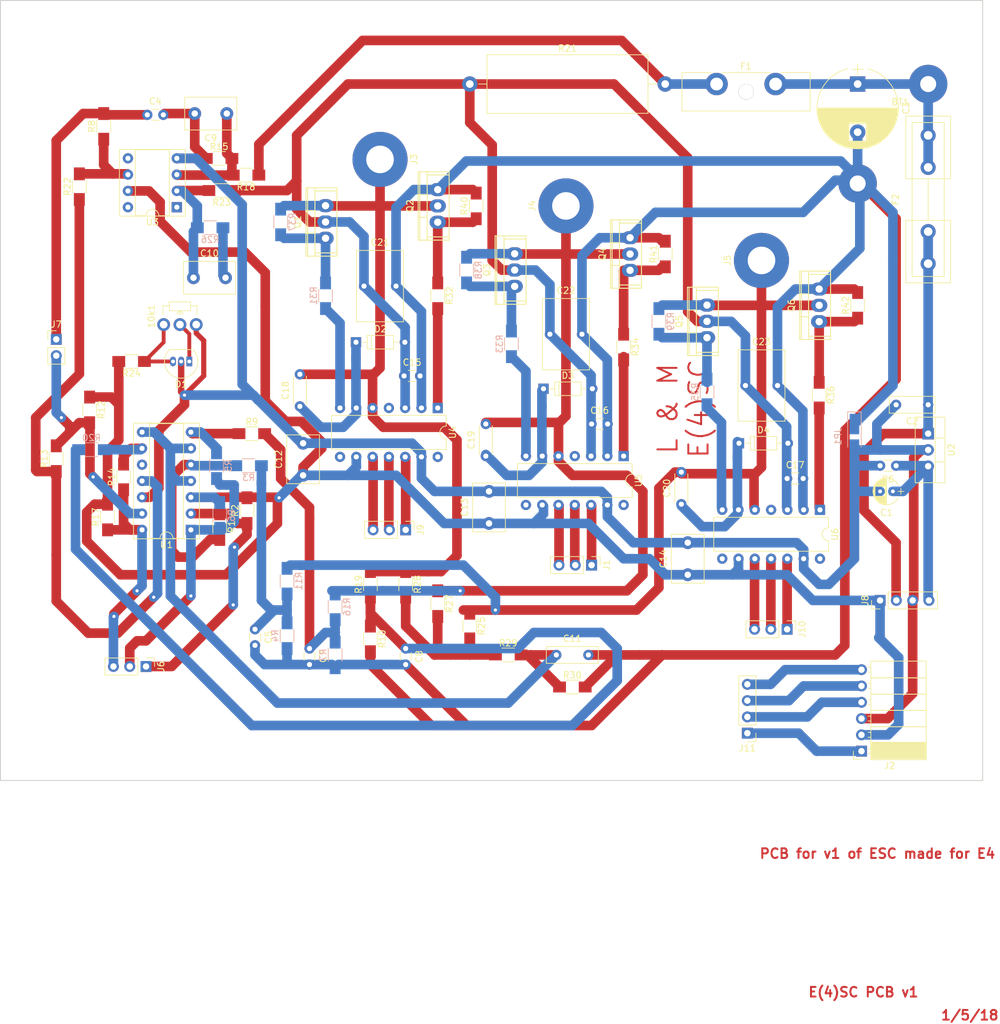
<source format=kicad_pcb>
(kicad_pcb (version 4) (host pcbnew 4.0.7)
  (layers (0 F.Cu signal) (31 B.Cu signal) (34 B.Paste user) (35 F.Paste user) (36 B.SilkS user) (37 F.SilkS user) (38 B.Mask user) (39 F.Mask user) (44 Edge.Cuts user))
  (net 0 "")
  (net 1 "Net-(10k1-Pad2)")
  (net 2 LogicGND)
  (net 3 "Net-(10k1-Pad1)")
  (net 4 "Net-(BT1-Pad1)")
  (net 5 PowerGND)
  (net 6 Logic9V)
  (net 7 BatVoltMeas)
  (net 8 MeanCur)
  (net 9 /PhaseCBEMF)
  (net 10 /PhaseBBEMF)
  (net 11 /PhaseABEMF)
  (net 12 "Net-(C9-Pad1)")
  (net 13 "Net-(C10-Pad1)")
  (net 14 "Net-(C10-Pad2)")
  (net 15 NeutralPoint')
  (net 16 LogicVCC)
  (net 17 PowerVCC)
  (net 18 "Net-(C18-Pad1)")
  (net 19 "Net-(C19-Pad1)")
  (net 20 "Net-(C20-Pad1)")
  (net 21 "Net-(F1-Pad1)")
  (net 22 OverCurInt)
  (net 23 /PhaseAHIN)
  (net 24 /PhaseALIN)
  (net 25 /PhaseASD)
  (net 26 /PhaseBHIN)
  (net 27 /PhaseBLIN)
  (net 28 /PhaseBSD)
  (net 29 /PhaseCHIN)
  (net 30 /PhaseCLIN)
  (net 31 /PhaseCSD)
  (net 32 /PhaseATrig)
  (net 33 /PhaseBTrig)
  (net 34 /PhaseCTrig)
  (net 35 /HCState)
  (net 36 /HCRx)
  (net 37 /HCTx)
  (net 38 /HCEN)
  (net 39 "Net-(R1-Pad2)")
  (net 40 "Net-(R5-Pad2)")
  (net 41 "Net-(R13-Pad1)")
  (net 42 "Net-(R14-Pad2)")
  (net 43 "Net-(R25-Pad2)")
  (net 44 "Net-(Q1-Pad1)")
  (net 45 "Net-(R31-Pad2)")
  (net 46 "Net-(Q2-Pad1)")
  (net 47 "Net-(R32-Pad2)")
  (net 48 "Net-(Q3-Pad1)")
  (net 49 "Net-(R33-Pad2)")
  (net 50 "Net-(Q4-Pad1)")
  (net 51 "Net-(R34-Pad2)")
  (net 52 "Net-(Q5-Pad1)")
  (net 53 "Net-(R35-Pad2)")
  (net 54 "Net-(Q6-Pad1)")
  (net 55 "Net-(R36-Pad2)")
  (net 56 "Net-(U3-Pad1)")
  (net 57 "Net-(U3-Pad5)")
  (net 58 "Net-(U3-Pad8)")
  (net 59 "Net-(U4-Pad8)")
  (net 60 "Net-(U4-Pad4)")
  (net 61 "Net-(U4-Pad14)")
  (net 62 "Net-(U5-Pad8)")
  (net 63 "Net-(U5-Pad4)")
  (net 64 "Net-(U5-Pad14)")
  (net 65 "Net-(U6-Pad8)")
  (net 66 "Net-(U6-Pad4)")
  (net 67 "Net-(U6-Pad14)")
  (net 68 /PhaseA)
  (net 69 /PhaseB)
  (net 70 /PhaseC)
  (module Wire_Connections_Bridges:WireConnection_2.50mmDrill_LargePad (layer F.Cu) (at 205.001724 51.027208 180)
    (fp_text reference BT1 (at 4.8514 0.2032 180) (layer F.SilkS))
    (fp_text value Battery)
    (pad 1 thru_hole circle (at 0.5 3 180) (size 5.99948 5.99948) (drill 2.49936) (layers *.Cu *.Mask) (net 4 "Net-(BT1-Pad1)"))
    (pad 2 thru_hole circle (at 11.5 -12.5 180) (size 5.99948 5.99948) (drill 2.49936) (layers *.Cu *.Mask) (net 5 PowerGND))
  )
  (module Capacitors_THT:C_Disc_D4.3mm_W1.9mm_P5.00mm (layer F.Cu) (at 166.001725 113.527208 90)
    (fp_text reference C20 (at 2.5 -2.26 90) (layer F.SilkS))
    (fp_text value 1u)
    (pad 1 thru_hole circle (at 0 0 90) (size 1.6 1.6) (drill 0.8) (layers *.Cu *.Mask) (net 20 "Net-(C20-Pad1)"))
    (pad 2 thru_hole circle (at 5 0 90) (size 1.6 1.6) (drill 0.8) (layers *.Cu *.Mask) (net 70 /PhaseC))
  )
  (module Capacitors_THT:C_Disc_D4.3mm_W1.9mm_P5.00mm (layer F.Cu) (at 135.501725 106.027208 90)
    (fp_text reference C19 (at 2.5 -2.26 90) (layer F.SilkS))
    (fp_text value 1u)
    (pad 1 thru_hole circle (at 0 0 90) (size 1.6 1.6) (drill 0.8) (layers *.Cu *.Mask) (net 19 "Net-(C19-Pad1)"))
    (pad 2 thru_hole circle (at 5 0 90) (size 1.6 1.6) (drill 0.8) (layers *.Cu *.Mask) (net 69 /PhaseB))
  )
  (module Capacitors_THT:C_Disc_D3.0mm_W1.6mm_P2.50mm (layer F.Cu) (at 152.001725 101.027208)
    (fp_text reference C16 (at 1.25 -2.11) (layer F.SilkS))
    (fp_text value 33n)
    (pad 1 thru_hole circle (at 0 0) (size 1.6 1.6) (drill 0.8) (layers *.Cu *.Mask) (net 17 PowerVCC))
    (pad 2 thru_hole circle (at 2.5 0) (size 1.6 1.6) (drill 0.8) (layers *.Cu *.Mask) (net 5 PowerGND))
  )
  (module Capacitors_THT:C_Disc_D7.5mm_W5.0mm_P5.00mm (layer F.Cu) (at 136.001724 116.527207 90)
    (fp_text reference C13 (at 2.5 -3.81 90) (layer F.SilkS))
    (fp_text value 10n)
    (pad 1 thru_hole circle (at 0 0 90) (size 2 2) (drill 1) (layers *.Cu *.Mask) (net 16 LogicVCC))
    (pad 2 thru_hole circle (at 5 0 90) (size 2 2) (drill 1) (layers *.Cu *.Mask) (net 2 LogicGND))
  )
  (module Housings_DIP:DIP-14_W7.62mm (layer F.Cu) (at 157.001725 106.027208 270)
    (fp_text reference U5 (at 3.81 -2.33 270) (layer F.SilkS))
    (fp_text value IR2110)
    (pad 1 thru_hole rect (at 0 0 270) (size 1.6 1.6) (drill 0.8) (layers *.Cu *.Mask) (net 51 "Net-(R34-Pad2)"))
    (pad 8 thru_hole oval (at 7.62 15.24 270) (size 1.6 1.6) (drill 0.8) (layers *.Cu *.Mask) (net 62 "Net-(U5-Pad8)"))
    (pad 2 thru_hole oval (at 0 2.54 270) (size 1.6 1.6) (drill 0.8) (layers *.Cu *.Mask) (net 5 PowerGND))
    (pad 9 thru_hole oval (at 7.62 12.7 270) (size 1.6 1.6) (drill 0.8) (layers *.Cu *.Mask) (net 16 LogicVCC))
    (pad 3 thru_hole oval (at 0 5.08 270) (size 1.6 1.6) (drill 0.8) (layers *.Cu *.Mask) (net 17 PowerVCC))
    (pad 10 thru_hole oval (at 7.62 10.16 270) (size 1.6 1.6) (drill 0.8) (layers *.Cu *.Mask) (net 26 /PhaseBHIN))
    (pad 4 thru_hole oval (at 0 7.62 270) (size 1.6 1.6) (drill 0.8) (layers *.Cu *.Mask) (net 63 "Net-(U5-Pad4)"))
    (pad 11 thru_hole oval (at 7.62 7.62 270) (size 1.6 1.6) (drill 0.8) (layers *.Cu *.Mask) (net 28 /PhaseBSD))
    (pad 5 thru_hole oval (at 0 10.16 270) (size 1.6 1.6) (drill 0.8) (layers *.Cu *.Mask) (net 69 /PhaseB))
    (pad 12 thru_hole oval (at 7.62 5.08 270) (size 1.6 1.6) (drill 0.8) (layers *.Cu *.Mask) (net 27 /PhaseBLIN))
    (pad 6 thru_hole oval (at 0 12.7 270) (size 1.6 1.6) (drill 0.8) (layers *.Cu *.Mask) (net 19 "Net-(C19-Pad1)"))
    (pad 13 thru_hole oval (at 7.62 2.54 270) (size 1.6 1.6) (drill 0.8) (layers *.Cu *.Mask) (net 2 LogicGND))
    (pad 7 thru_hole oval (at 0 15.24 270) (size 1.6 1.6) (drill 0.8) (layers *.Cu *.Mask) (net 49 "Net-(R33-Pad2)"))
    (pad 14 thru_hole oval (at 7.62 0 270) (size 1.6 1.6) (drill 0.8) (layers *.Cu *.Mask) (net 64 "Net-(U5-Pad14)"))
  )
  (module Power_Integrations:TO-220 (layer F.Cu) (at 158.001724 74.527208 90)
    (fp_text reference Q4 (at 0 -4.318 90) (layer F.SilkS))
    (fp_text value IRF3205)
    (pad 2 thru_hole oval (at 0 0 90) (size 2.032 2.54) (drill 1.143) (layers *.Cu *.Mask) (net 69 /PhaseB))
    (pad 3 thru_hole oval (at 2.54 0 90) (size 2.032 2.54) (drill 1.143) (layers *.Cu *.Mask) (net 5 PowerGND))
    (pad 1 thru_hole oval (at -2.54 0 90) (size 2.032 2.54) (drill 1.143) (layers *.Cu *.Mask) (net 50 "Net-(Q4-Pad1)"))
  )
  (module Resistors_SMD:R_1206_HandSoldering (layer F.Cu) (at 163.501724 74.527208 90)
    (fp_text reference R41 (at 0 -1.85 90) (layer F.SilkS))
    (fp_text value 10k)
    (pad 1 smd rect (at -2 0 90) (size 2 1.7) (layers F.Cu F.Paste F.Mask) (net 50 "Net-(Q4-Pad1)"))
    (pad 2 smd rect (at 2 0 90) (size 2 1.7) (layers F.Cu F.Paste F.Mask) (net 5 PowerGND))
  )
  (module Resistors_SMD:R_1206_HandSoldering (layer B.Cu) (at 132.501724 77.027208 90)
    (fp_text reference R38 (at 0 1.85 90) (layer B.SilkS) (effects (justify mirror)))
    (fp_text value 10k)
    (pad 1 smd rect (at -2 0 90) (size 2 1.7) (layers B.Cu B.Paste B.Mask) (net 48 "Net-(Q3-Pad1)"))
    (pad 2 smd rect (at 2 0 90) (size 2 1.7) (layers B.Cu B.Paste B.Mask) (net 69 /PhaseB))
  )
  (module Capacitors_THT:C_Rect_L7.2mm_W11.0mm_P5.00mm_FKS2_FKP2_MKS2_MKP2 (layer F.Cu) (at 145.501724 87.027208)
    (fp_text reference C22 (at 2.5 -6.81) (layer F.SilkS))
    (fp_text value 2.2u)
    (pad 1 thru_hole circle (at 0 0) (size 1.6 1.6) (drill 0.8) (layers *.Cu *.Mask) (net 17 PowerVCC))
    (pad 2 thru_hole circle (at 5 0) (size 1.6 1.6) (drill 0.8) (layers *.Cu *.Mask) (net 5 PowerGND))
  )
  (module Power_Integrations:TO-220 (layer F.Cu) (at 140.001725 77.027208 90)
    (fp_text reference Q3 (at 0 -4.318 90) (layer F.SilkS))
    (fp_text value IRF3205)
    (pad 2 thru_hole oval (at 0 0 90) (size 2.032 2.54) (drill 1.143) (layers *.Cu *.Mask) (net 17 PowerVCC))
    (pad 3 thru_hole oval (at 2.54 0 90) (size 2.032 2.54) (drill 1.143) (layers *.Cu *.Mask) (net 69 /PhaseB))
    (pad 1 thru_hole oval (at -2.54 0 90) (size 2.032 2.54) (drill 1.143) (layers *.Cu *.Mask) (net 48 "Net-(Q3-Pad1)"))
  )
  (module Diodes_THT:D_DO-35_SOD27_P7.62mm_Horizontal (layer F.Cu) (at 144.501725 95.527208)
    (fp_text reference D3 (at 3.81 -2.06) (layer F.SilkS))
    (fp_text value IN4148)
    (pad 1 thru_hole rect (at 0 0) (size 1.6 1.6) (drill 0.8) (layers *.Cu *.Mask) (net 19 "Net-(C19-Pad1)"))
    (pad 2 thru_hole oval (at 7.62 0) (size 1.6 1.6) (drill 0.8) (layers *.Cu *.Mask) (net 17 PowerVCC))
  )
  (module Resistors_SMD:R_1206_HandSoldering (layer F.Cu) (at 157.001724 89.027207 270)
    (fp_text reference R34 (at 0 -1.85 270) (layer F.SilkS))
    (fp_text value 22)
    (pad 1 smd rect (at -2 0 270) (size 2 1.7) (layers F.Cu F.Paste F.Mask) (net 50 "Net-(Q4-Pad1)"))
    (pad 2 smd rect (at 2 0 270) (size 2 1.7) (layers F.Cu F.Paste F.Mask) (net 51 "Net-(R34-Pad2)"))
  )
  (module Resistors_SMD:R_1206_HandSoldering (layer B.Cu) (at 139.501724 88.527207 270)
    (fp_text reference R33 (at 0 1.85 270) (layer B.SilkS) (effects (justify mirror)))
    (fp_text value 22)
    (pad 1 smd rect (at -2 0 270) (size 2 1.7) (layers B.Cu B.Paste B.Mask) (net 48 "Net-(Q3-Pad1)"))
    (pad 2 smd rect (at 2 0 270) (size 2 1.7) (layers B.Cu B.Paste B.Mask) (net 49 "Net-(R33-Pad2)"))
  )
  (module Potentiometers:Potentiometer_WirePads_Small (layer F.Cu) (at 85.251724 85.527208 90)
    (fp_text reference 10k1 (at 1.3 -1.9 90) (layer F.SilkS))
    (fp_text value POT_TRIM)
    (pad 2 thru_hole circle (at 0 2.54 90) (size 2 2) (drill 1.2) (layers *.Cu *.Mask) (net 1 "Net-(10k1-Pad2)"))
    (pad 3 thru_hole circle (at 0 5.08 90) (size 2 2) (drill 1.2) (layers *.Cu *.Mask) (net 2 LogicGND))
    (pad 1 thru_hole circle (at 0 0 90) (size 2 2) (drill 1.2) (layers *.Cu *.Mask) (net 3 "Net-(10k1-Pad1)"))
  )
  (module Capacitors_THT:CP_Radial_D4.0mm_P2.00mm (layer F.Cu) (at 199.001724 111.527208 180)
    (fp_text reference C1 (at 1 -3.31 180) (layer F.SilkS))
    (fp_text value 1u)
    (pad 1 thru_hole rect (at 0 0 180) (size 1.2 1.2) (drill 0.6) (layers *.Cu *.Mask) (net 6 Logic9V))
    (pad 2 thru_hole circle (at 2 0 180) (size 1.2 1.2) (drill 0.6) (layers *.Cu *.Mask) (net 2 LogicGND))
  )
  (module Capacitors_THT:C_Rect_L7.0mm_W2.5mm_P5.00mm (layer F.Cu) (at 204.501725 98.027208 180)
    (fp_text reference C2 (at 2.5 -2.56 180) (layer F.SilkS))
    (fp_text value 82n)
    (pad 1 thru_hole circle (at 0 0 180) (size 1.6 1.6) (drill 0.8) (layers *.Cu *.Mask) (net 7 BatVoltMeas))
    (pad 2 thru_hole circle (at 5 0 180) (size 1.6 1.6) (drill 0.8) (layers *.Cu *.Mask) (net 2 LogicGND))
  )
  (module Capacitors_THT:CP_Radial_D12.5mm_P7.50mm (layer F.Cu) (at 193.501724 48.027208 270)
    (fp_text reference C3 (at 3.75 -7.56 270) (layer F.SilkS))
    (fp_text value 330u)
    (pad 1 thru_hole rect (at 0 0 270) (size 2.4 2.4) (drill 1.2) (layers *.Cu *.Mask) (net 4 "Net-(BT1-Pad1)"))
    (pad 2 thru_hole circle (at 7.5 0 270) (size 2.4 2.4) (drill 1.2) (layers *.Cu *.Mask) (net 5 PowerGND))
  )
  (module Capacitors_THT:C_Disc_D3.0mm_W1.6mm_P2.50mm (layer F.Cu) (at 82.701725 52.827207)
    (fp_text reference C4 (at 1.25 -2.11) (layer F.SilkS))
    (fp_text value 33n)
    (pad 1 thru_hole circle (at 0 0) (size 1.6 1.6) (drill 0.8) (layers *.Cu *.Mask) (net 8 MeanCur))
    (pad 2 thru_hole circle (at 2.5 0) (size 1.6 1.6) (drill 0.8) (layers *.Cu *.Mask) (net 2 LogicGND))
  )
  (module Capacitors_THT:C_Disc_D3.0mm_W1.6mm_P2.50mm (layer F.Cu) (at 99.501725 133.027208 270)
    (fp_text reference C5 (at 1.25 -2.11 270) (layer F.SilkS))
    (fp_text value 1n)
    (pad 1 thru_hole circle (at 0 0 270) (size 1.6 1.6) (drill 0.8) (layers *.Cu *.Mask) (net 9 /PhaseCBEMF))
    (pad 2 thru_hole circle (at 2.5 0 270) (size 1.6 1.6) (drill 0.8) (layers *.Cu *.Mask) (net 5 PowerGND))
  )
  (module Capacitors_THT:C_Disc_D3.0mm_W1.6mm_P2.50mm (layer F.Cu) (at 199.501725 107.527207 180)
    (fp_text reference C6 (at 1.25 -2.11 180) (layer F.SilkS))
    (fp_text value 1n)
    (pad 1 thru_hole circle (at 0 0 180) (size 1.6 1.6) (drill 0.8) (layers *.Cu *.Mask) (net 6 Logic9V))
    (pad 2 thru_hole circle (at 2.5 0 180) (size 1.6 1.6) (drill 0.8) (layers *.Cu *.Mask) (net 2 LogicGND))
  )
  (module Capacitors_THT:C_Disc_D3.0mm_W1.6mm_P2.50mm (layer F.Cu) (at 108.001725 136.027208 270)
    (fp_text reference C7 (at 1.25 -2.11 270) (layer F.SilkS))
    (fp_text value 1n)
    (pad 1 thru_hole circle (at 0 0 270) (size 1.6 1.6) (drill 0.8) (layers *.Cu *.Mask) (net 10 /PhaseBBEMF))
    (pad 2 thru_hole circle (at 2.5 0 270) (size 1.6 1.6) (drill 0.8) (layers *.Cu *.Mask) (net 5 PowerGND))
  )
  (module Capacitors_THT:C_Disc_D3.0mm_W1.6mm_P2.50mm (layer F.Cu) (at 123.001725 136.027208 270)
    (fp_text reference C8 (at 1.25 -2.11 270) (layer F.SilkS))
    (fp_text value 1n)
    (pad 1 thru_hole circle (at 0 0 270) (size 1.6 1.6) (drill 0.8) (layers *.Cu *.Mask) (net 11 /PhaseABEMF))
    (pad 2 thru_hole circle (at 2.5 0 270) (size 1.6 1.6) (drill 0.8) (layers *.Cu *.Mask) (net 5 PowerGND))
  )
  (module Capacitors_THT:C_Disc_D8.0mm_W5.0mm_P5.00mm (layer F.Cu) (at 95.101725 52.627208 180)
    (fp_text reference C9 (at 2.5 -3.81 180) (layer F.SilkS))
    (fp_text value 5.6n)
    (pad 1 thru_hole circle (at 0 0 180) (size 2 2) (drill 1) (layers *.Cu *.Mask) (net 12 "Net-(C9-Pad1)"))
    (pad 2 thru_hole circle (at 5 0 180) (size 2 2) (drill 1) (layers *.Cu *.Mask) (net 2 LogicGND))
  )
  (module Capacitors_THT:C_Disc_D8.0mm_W5.0mm_P5.00mm (layer F.Cu) (at 89.901724 78.227208)
    (fp_text reference C10 (at 2.5 -3.81) (layer F.SilkS))
    (fp_text value 5.6n)
    (pad 1 thru_hole circle (at 0 0) (size 2 2) (drill 1) (layers *.Cu *.Mask) (net 13 "Net-(C10-Pad1)"))
    (pad 2 thru_hole circle (at 5 0) (size 2 2) (drill 1) (layers *.Cu *.Mask) (net 14 "Net-(C10-Pad2)"))
  )
  (module Capacitors_THT:C_Disc_D8.0mm_W2.5mm_P5.00mm (layer F.Cu) (at 146.501724 137.027208)
    (fp_text reference C11 (at 2.5 -2.56) (layer F.SilkS))
    (fp_text value 6.8n)
    (pad 1 thru_hole circle (at 0 0) (size 1.6 1.6) (drill 0.8) (layers *.Cu *.Mask) (net 15 NeutralPoint'))
    (pad 2 thru_hole circle (at 5 0) (size 1.6 1.6) (drill 0.8) (layers *.Cu *.Mask) (net 5 PowerGND))
  )
  (module Capacitors_THT:C_Disc_D7.5mm_W5.0mm_P5.00mm (layer F.Cu) (at 107.001724 109.027208 90)
    (fp_text reference C12 (at 2.5 -3.81 90) (layer F.SilkS))
    (fp_text value 10n)
    (pad 1 thru_hole circle (at 0 0 90) (size 2 2) (drill 1) (layers *.Cu *.Mask) (net 16 LogicVCC))
    (pad 2 thru_hole circle (at 5 0 90) (size 2 2) (drill 1) (layers *.Cu *.Mask) (net 2 LogicGND))
  )
  (module Capacitors_THT:C_Disc_D7.5mm_W5.0mm_P5.00mm (layer F.Cu) (at 167.001724 124.527208 90)
    (fp_text reference C14 (at 2.5 -3.81 90) (layer F.SilkS))
    (fp_text value 10n)
    (pad 1 thru_hole circle (at 0 0 90) (size 2 2) (drill 1) (layers *.Cu *.Mask) (net 16 LogicVCC))
    (pad 2 thru_hole circle (at 5 0 90) (size 2 2) (drill 1) (layers *.Cu *.Mask) (net 2 LogicGND))
  )
  (module Capacitors_THT:C_Disc_D3.0mm_W1.6mm_P2.50mm (layer F.Cu) (at 122.751725 93.527208)
    (fp_text reference C15 (at 1.25 -2.11) (layer F.SilkS))
    (fp_text value 33n)
    (pad 1 thru_hole circle (at 0 0) (size 1.6 1.6) (drill 0.8) (layers *.Cu *.Mask) (net 17 PowerVCC))
    (pad 2 thru_hole circle (at 2.5 0) (size 1.6 1.6) (drill 0.8) (layers *.Cu *.Mask) (net 5 PowerGND))
  )
  (module Capacitors_THT:C_Disc_D3.0mm_W1.6mm_P2.50mm (layer F.Cu) (at 182.501724 109.527207)
    (fp_text reference C17 (at 1.25 -2.11) (layer F.SilkS))
    (fp_text value 33n)
    (pad 1 thru_hole circle (at 0 0) (size 1.6 1.6) (drill 0.8) (layers *.Cu *.Mask) (net 17 PowerVCC))
    (pad 2 thru_hole circle (at 2.5 0) (size 1.6 1.6) (drill 0.8) (layers *.Cu *.Mask) (net 5 PowerGND))
  )
  (module Capacitors_THT:C_Disc_D4.3mm_W1.9mm_P5.00mm (layer F.Cu) (at 106.501725 98.277208 90)
    (fp_text reference C18 (at 2.5 -2.26 90) (layer F.SilkS))
    (fp_text value 1u)
    (pad 1 thru_hole circle (at 0 0 90) (size 1.6 1.6) (drill 0.8) (layers *.Cu *.Mask) (net 18 "Net-(C18-Pad1)"))
    (pad 2 thru_hole circle (at 5 0 90) (size 1.6 1.6) (drill 0.8) (layers *.Cu *.Mask) (net 68 /PhaseA))
  )
  (module TO_SOT_Packages_THT:TO-92_Inline_Narrow_Oval (layer F.Cu) (at 89.251724 91.277208 180)
    (fp_text reference D1 (at 1.27 -3.56 180) (layer F.SilkS))
    (fp_text value TL431LP)
    (pad 2 thru_hole oval (at 1.27 0) (size 0.9 1.5) (drill 0.6) (layers *.Cu *.Mask) (net 2 LogicGND))
    (pad 3 thru_hole oval (at 2.54 0) (size 0.9 1.5) (drill 0.6) (layers *.Cu *.Mask) (net 3 "Net-(10k1-Pad1)"))
    (pad 1 thru_hole rect (at 0 0) (size 0.9 1.5) (drill 0.6) (layers *.Cu *.Mask) (net 1 "Net-(10k1-Pad2)"))
  )
  (module Diodes_THT:D_DO-35_SOD27_P7.62mm_Horizontal (layer F.Cu) (at 115.251724 88.277208)
    (fp_text reference D2 (at 3.81 -2.06) (layer F.SilkS))
    (fp_text value IN4148)
    (pad 1 thru_hole rect (at 0 0) (size 1.6 1.6) (drill 0.8) (layers *.Cu *.Mask) (net 18 "Net-(C18-Pad1)"))
    (pad 2 thru_hole oval (at 7.62 0) (size 1.6 1.6) (drill 0.8) (layers *.Cu *.Mask) (net 17 PowerVCC))
  )
  (module Diodes_THT:D_DO-35_SOD27_P7.62mm_Horizontal (layer F.Cu) (at 175.001724 104.027208)
    (fp_text reference D4 (at 3.81 -2.06) (layer F.SilkS))
    (fp_text value IN4148)
    (pad 1 thru_hole rect (at 0 0) (size 1.6 1.6) (drill 0.8) (layers *.Cu *.Mask) (net 20 "Net-(C20-Pad1)"))
    (pad 2 thru_hole oval (at 7.62 0) (size 1.6 1.6) (drill 0.8) (layers *.Cu *.Mask) (net 17 PowerVCC))
  )
  (module Fuse_Holders_and_Fuses:Fuseholder_ATO_Blade_littlefuse_Pudenz_2_Pin (layer F.Cu) (at 171.501724 48.027208)
    (fp_text reference F1 (at 4.57 -2.78) (layer F.SilkS))
    (fp_text value Fuse)
    (pad 1 thru_hole circle (at 0 0) (size 3.5 3.5) (drill 2) (layers *.Cu *.Mask) (net 21 "Net-(F1-Pad1)"))
    (pad "" thru_hole circle (at 4.6 1.2) (size 2.4 2.4) (drill 2.4) (layers *.Cu *.Mask))
    (pad 2 thru_hole circle (at 9.2 0) (size 3.5 3.5) (drill 2) (layers *.Cu *.Mask) (net 4 "Net-(BT1-Pad1)"))
  )
  (module Fuse_Holders_and_Fuses:Fuseholder5x20_horiz_open_inline_Type-I (layer F.Cu) (at 204.501724 76.027208 90)
    (fp_text reference F2 (at 10 -5.08 90) (layer F.SilkS))
    (fp_text value Fuse)
    (pad 2 thru_hole circle (at 15 0 90) (size 2.35 2.35) (drill 1.35) (layers *.Cu *.Mask) (net 4 "Net-(BT1-Pad1)"))
    (pad 2 thru_hole circle (at 20 0 90) (size 2.35 2.35) (drill 1.35) (layers *.Cu *.Mask) (net 4 "Net-(BT1-Pad1)"))
    (pad 1 thru_hole circle (at 5 0 90) (size 2.35 2.35) (drill 1.35) (layers *.Cu *.Mask) (net 7 BatVoltMeas))
    (pad 1 thru_hole circle (at 0 0 90) (size 2.35 2.35) (drill 1.35) (layers *.Cu *.Mask) (net 7 BatVoltMeas))
  )
  (module Socket_Strips:Socket_Strip_Angled_1x06_Pitch2.54mm (layer F.Cu) (at 194.101724 152.027208 180)
    (fp_text reference J2 (at -4.38 -2.27 180) (layer F.SilkS))
    (fp_text value Conn_01x06_Female)
    (pad 1 thru_hole rect (at 0 0 180) (size 1.7 1.7) (drill 1) (layers *.Cu *.Mask) (net 38 /HCEN))
    (pad 2 thru_hole oval (at 0 2.54 180) (size 1.7 1.7) (drill 1) (layers *.Cu *.Mask) (net 16 LogicVCC))
    (pad 3 thru_hole oval (at 0 5.08 180) (size 1.7 1.7) (drill 1) (layers *.Cu *.Mask) (net 2 LogicGND))
    (pad 4 thru_hole oval (at 0 7.62 180) (size 1.7 1.7) (drill 1) (layers *.Cu *.Mask) (net 37 /HCTx))
    (pad 5 thru_hole oval (at 0 10.16 180) (size 1.7 1.7) (drill 1) (layers *.Cu *.Mask) (net 36 /HCRx))
    (pad 6 thru_hole oval (at 0 12.7 180) (size 1.7 1.7) (drill 1) (layers *.Cu *.Mask) (net 35 /HCState))
  )
  (module Capacitors_Tantalum_SMD:CP_Tantalum_Case-A_EIA-3216-18_Hand (layer B.Cu) (at 193.001724 103.027208 270)
    (fp_text reference JP1 (at 0 2.55 270) (layer B.SilkS) (effects (justify mirror)))
    (fp_text value Jumper_NC_Small)
    (pad 1 smd rect (at -2 0 270) (size 3.2 1.5) (layers B.Cu B.Paste B.Mask) (net 5 PowerGND))
    (pad 2 smd rect (at 2 0 270) (size 3.2 1.5) (layers B.Cu B.Paste B.Mask) (net 2 LogicGND))
  )
  (module Resistors_SMD:R_1206_HandSoldering (layer F.Cu) (at 94.001724 117.027208 270)
    (fp_text reference R1 (at 0 -1.85 270) (layer F.SilkS))
    (fp_text value 220k)
    (pad 1 smd rect (at -2 0 270) (size 2 1.7) (layers F.Cu F.Paste F.Mask) (net 34 /PhaseCTrig))
    (pad 2 smd rect (at 2 0 270) (size 2 1.7) (layers F.Cu F.Paste F.Mask) (net 39 "Net-(R1-Pad2)"))
  )
  (module Resistors_SMD:R_1206_HandSoldering (layer F.Cu) (at 98.251725 114.527208 90)
    (fp_text reference R2 (at 0 -1.85 90) (layer F.SilkS))
    (fp_text value 6.8k)
    (pad 1 smd rect (at -2 0 90) (size 2 1.7) (layers F.Cu F.Paste F.Mask) (net 34 /PhaseCTrig))
    (pad 2 smd rect (at 2 0 90) (size 2 1.7) (layers F.Cu F.Paste F.Mask) (net 16 LogicVCC))
  )
  (module Resistors_SMD:R_1206_HandSoldering (layer B.Cu) (at 98.501724 107.527207)
    (fp_text reference R3 (at 0 1.85) (layer B.SilkS) (effects (justify mirror)))
    (fp_text value 10k)
    (pad 1 smd rect (at -2 0) (size 2 1.7) (layers B.Cu B.Paste B.Mask) (net 39 "Net-(R1-Pad2)"))
    (pad 2 smd rect (at 2 0) (size 2 1.7) (layers B.Cu B.Paste B.Mask) (net 9 /PhaseCBEMF))
  )
  (module Resistors_SMD:R_1206_HandSoldering (layer B.Cu) (at 104.501725 134.027208 270)
    (fp_text reference R4 (at 0 1.85 270) (layer B.SilkS) (effects (justify mirror)))
    (fp_text value 100k)
    (pad 1 smd rect (at -2 0 270) (size 2 1.7) (layers B.Cu B.Paste B.Mask) (net 9 /PhaseCBEMF))
    (pad 2 smd rect (at 2 0 270) (size 2 1.7) (layers B.Cu B.Paste B.Mask) (net 5 PowerGND))
  )
  (module Resistors_SMD:R_1206_HandSoldering (layer B.Cu) (at 93.501724 107.527207 90)
    (fp_text reference R5 (at 0 1.85 90) (layer B.SilkS) (effects (justify mirror)))
    (fp_text value 220k)
    (pad 1 smd rect (at -2 0 90) (size 2 1.7) (layers B.Cu B.Paste B.Mask) (net 33 /PhaseBTrig))
    (pad 2 smd rect (at 2 0 90) (size 2 1.7) (layers B.Cu B.Paste B.Mask) (net 40 "Net-(R5-Pad2)"))
  )
  (module Resistors_SMD:R_1206_HandSoldering (layer B.Cu) (at 94.001724 115.277207 90)
    (fp_text reference R6 (at 0 1.85 90) (layer B.SilkS) (effects (justify mirror)))
    (fp_text value 6.8k)
    (pad 1 smd rect (at -2 0 90) (size 2 1.7) (layers B.Cu B.Paste B.Mask) (net 33 /PhaseBTrig))
    (pad 2 smd rect (at 2 0 90) (size 2 1.7) (layers B.Cu B.Paste B.Mask) (net 16 LogicVCC))
  )
  (module Resistors_SMD:R_1206_HandSoldering (layer B.Cu) (at 112.001724 137.027208 270)
    (fp_text reference R7 (at 0 1.85 270) (layer B.SilkS) (effects (justify mirror)))
    (fp_text value 100k)
    (pad 1 smd rect (at -2 0 270) (size 2 1.7) (layers B.Cu B.Paste B.Mask) (net 10 /PhaseBBEMF))
    (pad 2 smd rect (at 2 0 270) (size 2 1.7) (layers B.Cu B.Paste B.Mask) (net 5 PowerGND))
  )
  (module Resistors_SMD:R_1206_HandSoldering (layer F.Cu) (at 75.901724 54.627208 90)
    (fp_text reference R8 (at 0 -1.85 90) (layer F.SilkS))
    (fp_text value 4k7)
    (pad 1 smd rect (at -2 0 90) (size 2 1.7) (layers F.Cu F.Paste F.Mask) (net 14 "Net-(C10-Pad2)"))
    (pad 2 smd rect (at 2 0 90) (size 2 1.7) (layers F.Cu F.Paste F.Mask) (net 8 MeanCur))
  )
  (module Resistors_SMD:R_1206_HandSoldering (layer F.Cu) (at 99.001725 102.527208)
    (fp_text reference R9 (at 0 -1.85) (layer F.SilkS))
    (fp_text value 10k)
    (pad 1 smd rect (at -2 0) (size 2 1.7) (layers F.Cu F.Paste F.Mask) (net 40 "Net-(R5-Pad2)"))
    (pad 2 smd rect (at 2 0) (size 2 1.7) (layers F.Cu F.Paste F.Mask) (net 10 /PhaseBBEMF))
  )
  (module Resistors_SMD:R_1206_HandSoldering (layer F.Cu) (at 117.501724 134.527208 270)
    (fp_text reference R10 (at 0 -1.85 270) (layer F.SilkS))
    (fp_text value 100k)
    (pad 1 smd rect (at -2 0 270) (size 2 1.7) (layers F.Cu F.Paste F.Mask) (net 11 /PhaseABEMF))
    (pad 2 smd rect (at 2 0 270) (size 2 1.7) (layers F.Cu F.Paste F.Mask) (net 5 PowerGND))
  )
  (module Resistors_SMD:R_1206_HandSoldering (layer B.Cu) (at 104.501724 125.527208 90)
    (fp_text reference R11 (at 0 1.85 90) (layer B.SilkS) (effects (justify mirror)))
    (fp_text value 100k)
    (pad 1 smd rect (at -2 0 90) (size 2 1.7) (layers B.Cu B.Paste B.Mask) (net 9 /PhaseCBEMF))
    (pad 2 smd rect (at 2 0 90) (size 2 1.7) (layers B.Cu B.Paste B.Mask) (net 70 /PhaseC))
  )
  (module Resistors_SMD:R_1206_HandSoldering (layer F.Cu) (at 73.701725 98.827207 270)
    (fp_text reference R12 (at 0 -1.85 270) (layer F.SilkS))
    (fp_text value 6k8)
    (pad 1 smd rect (at -2 0 270) (size 2 1.7) (layers F.Cu F.Paste F.Mask) (net 16 LogicVCC))
    (pad 2 smd rect (at 2 0 270) (size 2 1.7) (layers F.Cu F.Paste F.Mask) (net 22 OverCurInt))
  )
  (module Resistors_SMD:R_1206_HandSoldering (layer F.Cu) (at 68.501724 106.427207 90)
    (fp_text reference R13 (at 0 -1.85 90) (layer F.SilkS))
    (fp_text value 220k)
    (pad 1 smd rect (at -2 0 90) (size 2 1.7) (layers F.Cu F.Paste F.Mask) (net 41 "Net-(R13-Pad1)"))
    (pad 2 smd rect (at 2 0 90) (size 2 1.7) (layers F.Cu F.Paste F.Mask) (net 22 OverCurInt))
  )
  (module Resistors_SMD:R_1206_HandSoldering (layer F.Cu) (at 79.001725 109.277208 90)
    (fp_text reference R14 (at 0 -1.85 90) (layer F.SilkS))
    (fp_text value 220k)
    (pad 1 smd rect (at -2 0 90) (size 2 1.7) (layers F.Cu F.Paste F.Mask) (net 32 /PhaseATrig))
    (pad 2 smd rect (at 2 0 90) (size 2 1.7) (layers F.Cu F.Paste F.Mask) (net 42 "Net-(R14-Pad2)"))
  )
  (module Resistors_SMD:R_1206_HandSoldering (layer F.Cu) (at 93.901724 59.627208)
    (fp_text reference R15 (at 0 -1.85) (layer F.SilkS))
    (fp_text value 33k)
    (pad 1 smd rect (at -2 0) (size 2 1.7) (layers F.Cu F.Paste F.Mask) (net 2 LogicGND))
    (pad 2 smd rect (at 2 0) (size 2 1.7) (layers F.Cu F.Paste F.Mask) (net 12 "Net-(C9-Pad1)"))
  )
  (module Resistors_SMD:R_1206_HandSoldering (layer B.Cu) (at 112.001724 129.527208 90)
    (fp_text reference R16 (at 0 1.85 90) (layer B.SilkS) (effects (justify mirror)))
    (fp_text value 100k)
    (pad 1 smd rect (at -2 0 90) (size 2 1.7) (layers B.Cu B.Paste B.Mask) (net 10 /PhaseBBEMF))
    (pad 2 smd rect (at 2 0 90) (size 2 1.7) (layers B.Cu B.Paste B.Mask) (net 69 /PhaseB))
  )
  (module Resistors_SMD:R_1206_HandSoldering (layer F.Cu) (at 76.501724 115.527208 90)
    (fp_text reference R17 (at 0 -1.85 90) (layer F.SilkS))
    (fp_text value 6.8k)
    (pad 1 smd rect (at -2 0 90) (size 2 1.7) (layers F.Cu F.Paste F.Mask) (net 32 /PhaseATrig))
    (pad 2 smd rect (at 2 0 90) (size 2 1.7) (layers F.Cu F.Paste F.Mask) (net 16 LogicVCC))
  )
  (module Resistors_SMD:R_1206_HandSoldering (layer F.Cu) (at 98.101724 62.227208 180)
    (fp_text reference R18 (at 0 -1.85 180) (layer F.SilkS))
    (fp_text value 3k)
    (pad 1 smd rect (at -2 0 180) (size 2 1.7) (layers F.Cu F.Paste F.Mask) (net 21 "Net-(F1-Pad1)"))
    (pad 2 smd rect (at 2 0 180) (size 2 1.7) (layers F.Cu F.Paste F.Mask) (net 12 "Net-(C9-Pad1)"))
  )
  (module Resistors_SMD:R_1206_HandSoldering (layer F.Cu) (at 117.501724 126.027208 90)
    (fp_text reference R19 (at 0 -1.85 90) (layer F.SilkS))
    (fp_text value 100k)
    (pad 1 smd rect (at -2 0 90) (size 2 1.7) (layers F.Cu F.Paste F.Mask) (net 11 /PhaseABEMF))
    (pad 2 smd rect (at 2 0 90) (size 2 1.7) (layers F.Cu F.Paste F.Mask) (net 68 /PhaseA))
  )
  (module Resistors_SMD:R_1206_HandSoldering (layer B.Cu) (at 74.001725 105.027207 180)
    (fp_text reference R20 (at 0 1.85 180) (layer B.SilkS) (effects (justify mirror)))
    (fp_text value 10k)
    (pad 1 smd rect (at -2 0 180) (size 2 1.7) (layers B.Cu B.Paste B.Mask) (net 42 "Net-(R14-Pad2)"))
    (pad 2 smd rect (at 2 0 180) (size 2 1.7) (layers B.Cu B.Paste B.Mask) (net 11 /PhaseABEMF))
  )
  (module Resistors_THT:R_Axial_Power_L25.0mm_W9.0mm_P30.48mm (layer F.Cu) (at 133.001725 48.027208)
    (fp_text reference R21 (at 15.24 -5.56) (layer F.SilkS))
    (fp_text value 5m)
    (pad 1 thru_hole circle (at 0 0) (size 2.4 2.4) (drill 1.2) (layers *.Cu *.Mask) (net 17 PowerVCC))
    (pad 2 thru_hole oval (at 30.48 0) (size 2.4 2.4) (drill 1.2) (layers *.Cu *.Mask) (net 21 "Net-(F1-Pad1)"))
  )
  (module Resistors_SMD:R_1206_HandSoldering (layer F.Cu) (at 72.101724 64.027207 90)
    (fp_text reference R22 (at 0 -1.85 90) (layer F.SilkS))
    (fp_text value 10k)
    (pad 1 smd rect (at -2 0 90) (size 2 1.7) (layers F.Cu F.Paste F.Mask) (net 41 "Net-(R13-Pad1)"))
    (pad 2 smd rect (at 2 0 90) (size 2 1.7) (layers F.Cu F.Paste F.Mask) (net 14 "Net-(C10-Pad2)"))
  )
  (module Resistors_SMD:R_1206_HandSoldering (layer F.Cu) (at 94.301724 64.627208 180)
    (fp_text reference R23 (at 0 -1.85 180) (layer F.SilkS))
    (fp_text value 3k)
    (pad 1 smd rect (at -2 0 180) (size 2 1.7) (layers F.Cu F.Paste F.Mask) (net 17 PowerVCC))
    (pad 2 smd rect (at 2 0 180) (size 2 1.7) (layers F.Cu F.Paste F.Mask) (net 13 "Net-(C10-Pad1)"))
  )
  (module Resistors_SMD:R_1206_HandSoldering (layer F.Cu) (at 80.251724 91.277208 180)
    (fp_text reference R24 (at 0 -1.85 180) (layer F.SilkS))
    (fp_text value 330)
    (pad 1 smd rect (at -2 0 180) (size 2 1.7) (layers F.Cu F.Paste F.Mask) (net 3 "Net-(10k1-Pad1)"))
    (pad 2 smd rect (at 2 0 180) (size 2 1.7) (layers F.Cu F.Paste F.Mask) (net 16 LogicVCC))
  )
  (module Resistors_SMD:R_1206_HandSoldering (layer F.Cu) (at 133.001725 132.527208 270)
    (fp_text reference R25 (at 0 -1.85 270) (layer F.SilkS))
    (fp_text value 6k8)
    (pad 1 smd rect (at -2 0 270) (size 2 1.7) (layers F.Cu F.Paste F.Mask) (net 70 /PhaseC))
    (pad 2 smd rect (at 2 0 270) (size 2 1.7) (layers F.Cu F.Paste F.Mask) (net 43 "Net-(R25-Pad2)"))
  )
  (module Resistors_SMD:R_1206_HandSoldering (layer B.Cu) (at 92.501725 70.427208)
    (fp_text reference R26 (at 0 1.85) (layer B.SilkS) (effects (justify mirror)))
    (fp_text value 33k)
    (pad 1 smd rect (at -2 0) (size 2 1.7) (layers B.Cu B.Paste B.Mask) (net 13 "Net-(C10-Pad1)"))
    (pad 2 smd rect (at 2 0) (size 2 1.7) (layers B.Cu B.Paste B.Mask) (net 14 "Net-(C10-Pad2)"))
  )
  (module Resistors_SMD:R_1206_HandSoldering (layer F.Cu) (at 128.001724 129.027208 270)
    (fp_text reference R27 (at 0 -1.85 270) (layer F.SilkS))
    (fp_text value 6k8)
    (pad 1 smd rect (at -2 0 270) (size 2 1.7) (layers F.Cu F.Paste F.Mask) (net 69 /PhaseB))
    (pad 2 smd rect (at 2 0 270) (size 2 1.7) (layers F.Cu F.Paste F.Mask) (net 43 "Net-(R25-Pad2)"))
  )
  (module Resistors_SMD:R_1206_HandSoldering (layer F.Cu) (at 123.001724 126.027208 270)
    (fp_text reference R28 (at 0 -1.85 270) (layer F.SilkS))
    (fp_text value 6k8)
    (pad 1 smd rect (at -2 0 270) (size 2 1.7) (layers F.Cu F.Paste F.Mask) (net 68 /PhaseA))
    (pad 2 smd rect (at 2 0 270) (size 2 1.7) (layers F.Cu F.Paste F.Mask) (net 43 "Net-(R25-Pad2)"))
  )
  (module Resistors_SMD:R_1206_HandSoldering (layer F.Cu) (at 139.001724 137.027208)
    (fp_text reference R29 (at 0 -1.85) (layer F.SilkS))
    (fp_text value 100k)
    (pad 1 smd rect (at -2 0) (size 2 1.7) (layers F.Cu F.Paste F.Mask) (net 43 "Net-(R25-Pad2)"))
    (pad 2 smd rect (at 2 0) (size 2 1.7) (layers F.Cu F.Paste F.Mask) (net 15 NeutralPoint'))
  )
  (module Resistors_SMD:R_1206_HandSoldering (layer F.Cu) (at 149.001725 142.027208)
    (fp_text reference R30 (at 0 -1.85) (layer F.SilkS))
    (fp_text value 100k)
    (pad 1 smd rect (at -2 0) (size 2 1.7) (layers F.Cu F.Paste F.Mask) (net 15 NeutralPoint'))
    (pad 2 smd rect (at 2 0) (size 2 1.7) (layers F.Cu F.Paste F.Mask) (net 5 PowerGND))
  )
  (module Resistors_SMD:R_1206_HandSoldering (layer B.Cu) (at 110.501725 81.027208 270)
    (fp_text reference R31 (at 0 1.85 270) (layer B.SilkS) (effects (justify mirror)))
    (fp_text value 22)
    (pad 1 smd rect (at -2 0 270) (size 2 1.7) (layers B.Cu B.Paste B.Mask) (net 44 "Net-(Q1-Pad1)"))
    (pad 2 smd rect (at 2 0 270) (size 2 1.7) (layers B.Cu B.Paste B.Mask) (net 45 "Net-(R31-Pad2)"))
  )
  (module Resistors_SMD:R_1206_HandSoldering (layer F.Cu) (at 128.001724 81.027208 270)
    (fp_text reference R32 (at 0 -1.85 270) (layer F.SilkS))
    (fp_text value 22)
    (pad 1 smd rect (at -2 0 270) (size 2 1.7) (layers F.Cu F.Paste F.Mask) (net 46 "Net-(Q2-Pad1)"))
    (pad 2 smd rect (at 2 0 270) (size 2 1.7) (layers F.Cu F.Paste F.Mask) (net 47 "Net-(R32-Pad2)"))
  )
  (module Resistors_SMD:R_1206_HandSoldering (layer B.Cu) (at 170.001725 96.027207 270)
    (fp_text reference R35 (at 0 1.85 270) (layer B.SilkS) (effects (justify mirror)))
    (fp_text value 22)
    (pad 1 smd rect (at -2 0 270) (size 2 1.7) (layers B.Cu B.Paste B.Mask) (net 52 "Net-(Q5-Pad1)"))
    (pad 2 smd rect (at 2 0 270) (size 2 1.7) (layers B.Cu B.Paste B.Mask) (net 53 "Net-(R35-Pad2)"))
  )
  (module Resistors_SMD:R_1206_HandSoldering (layer F.Cu) (at 187.501724 96.527208 270)
    (fp_text reference R36 (at 0 -1.85 270) (layer F.SilkS))
    (fp_text value 22)
    (pad 1 smd rect (at -2 0 270) (size 2 1.7) (layers F.Cu F.Paste F.Mask) (net 54 "Net-(Q6-Pad1)"))
    (pad 2 smd rect (at 2 0 270) (size 2 1.7) (layers F.Cu F.Paste F.Mask) (net 55 "Net-(R36-Pad2)"))
  )
  (module Resistors_SMD:R_1206_HandSoldering (layer B.Cu) (at 103.501724 69.527208 90)
    (fp_text reference R37 (at 0 1.85 90) (layer B.SilkS) (effects (justify mirror)))
    (fp_text value 10k)
    (pad 1 smd rect (at -2 0 90) (size 2 1.7) (layers B.Cu B.Paste B.Mask) (net 44 "Net-(Q1-Pad1)"))
    (pad 2 smd rect (at 2 0 90) (size 2 1.7) (layers B.Cu B.Paste B.Mask) (net 68 /PhaseA))
  )
  (module Resistors_SMD:R_1206_HandSoldering (layer B.Cu) (at 162.501724 85.027208 90)
    (fp_text reference R39 (at 0 1.85 90) (layer B.SilkS) (effects (justify mirror)))
    (fp_text value 10k)
    (pad 1 smd rect (at -2 0 90) (size 2 1.7) (layers B.Cu B.Paste B.Mask) (net 52 "Net-(Q5-Pad1)"))
    (pad 2 smd rect (at 2 0 90) (size 2 1.7) (layers B.Cu B.Paste B.Mask) (net 70 /PhaseC))
  )
  (module Resistors_SMD:R_1206_HandSoldering (layer F.Cu) (at 134.001724 67.027208 90)
    (fp_text reference R40 (at 0 -1.85 90) (layer F.SilkS))
    (fp_text value 10k)
    (pad 1 smd rect (at -2 0 90) (size 2 1.7) (layers F.Cu F.Paste F.Mask) (net 46 "Net-(Q2-Pad1)"))
    (pad 2 smd rect (at 2 0 90) (size 2 1.7) (layers F.Cu F.Paste F.Mask) (net 5 PowerGND))
  )
  (module Resistors_SMD:R_1206_HandSoldering (layer F.Cu) (at 193.501724 82.527208 90)
    (fp_text reference R42 (at 0 -1.85 90) (layer F.SilkS))
    (fp_text value 10k)
    (pad 1 smd rect (at -2 0 90) (size 2 1.7) (layers F.Cu F.Paste F.Mask) (net 54 "Net-(Q6-Pad1)"))
    (pad 2 smd rect (at 2 0 90) (size 2 1.7) (layers F.Cu F.Paste F.Mask) (net 5 PowerGND))
  )
  (module Housings_DIP:DIP-14_W7.62mm_Socket (layer F.Cu) (at 89.501725 117.527208 180)
    (fp_text reference U1 (at 3.81 -2.33 180) (layer F.SilkS))
    (fp_text value LM339)
    (pad 1 thru_hole rect (at 0 0 180) (size 1.6 1.6) (drill 0.8) (layers *.Cu *.Mask) (net 33 /PhaseBTrig))
    (pad 8 thru_hole oval (at 7.62 15.24 180) (size 1.6 1.6) (drill 0.8) (layers *.Cu *.Mask) (net 15 NeutralPoint'))
    (pad 2 thru_hole oval (at 0 2.54 180) (size 1.6 1.6) (drill 0.8) (layers *.Cu *.Mask) (net 34 /PhaseCTrig))
    (pad 9 thru_hole oval (at 7.62 12.7 180) (size 1.6 1.6) (drill 0.8) (layers *.Cu *.Mask) (net 42 "Net-(R14-Pad2)"))
    (pad 3 thru_hole oval (at 0 5.08 180) (size 1.6 1.6) (drill 0.8) (layers *.Cu *.Mask) (net 16 LogicVCC))
    (pad 10 thru_hole oval (at 7.62 10.16 180) (size 1.6 1.6) (drill 0.8) (layers *.Cu *.Mask) (net 3 "Net-(10k1-Pad1)"))
    (pad 4 thru_hole oval (at 0 7.62 180) (size 1.6 1.6) (drill 0.8) (layers *.Cu *.Mask) (net 15 NeutralPoint'))
    (pad 11 thru_hole oval (at 7.62 7.62 180) (size 1.6 1.6) (drill 0.8) (layers *.Cu *.Mask) (net 41 "Net-(R13-Pad1)"))
    (pad 5 thru_hole oval (at 0 10.16 180) (size 1.6 1.6) (drill 0.8) (layers *.Cu *.Mask) (net 39 "Net-(R1-Pad2)"))
    (pad 12 thru_hole oval (at 7.62 5.08 180) (size 1.6 1.6) (drill 0.8) (layers *.Cu *.Mask) (net 2 LogicGND))
    (pad 6 thru_hole oval (at 0 12.7 180) (size 1.6 1.6) (drill 0.8) (layers *.Cu *.Mask) (net 15 NeutralPoint'))
    (pad 13 thru_hole oval (at 7.62 2.54 180) (size 1.6 1.6) (drill 0.8) (layers *.Cu *.Mask) (net 22 OverCurInt))
    (pad 7 thru_hole oval (at 0 15.24 180) (size 1.6 1.6) (drill 0.8) (layers *.Cu *.Mask) (net 40 "Net-(R5-Pad2)"))
    (pad 14 thru_hole oval (at 7.62 0 180) (size 1.6 1.6) (drill 0.8) (layers *.Cu *.Mask) (net 32 /PhaseATrig))
  )
  (module TO_SOT_Packages_THT:TO-220-3_Vertical (layer F.Cu) (at 204.501724 102.527208 270)
    (fp_text reference U2 (at 2.54 -3.62 270) (layer F.SilkS))
    (fp_text value L7809)
    (pad 1 thru_hole rect (at 0 0 270) (size 1.8 1.8) (drill 1) (layers *.Cu *.Mask) (net 7 BatVoltMeas))
    (pad 2 thru_hole oval (at 2.54 0 270) (size 1.8 1.8) (drill 1) (layers *.Cu *.Mask) (net 2 LogicGND))
    (pad 3 thru_hole oval (at 5.08 0 270) (size 1.8 1.8) (drill 1) (layers *.Cu *.Mask) (net 6 Logic9V))
  )
  (module Housings_DIP:DIP-8_W7.62mm_Socket (layer F.Cu) (at 87.301724 67.227208 180)
    (fp_text reference U3 (at 3.81 -2.33 180) (layer F.SilkS))
    (fp_text value MCP601-xP)
    (pad 1 thru_hole rect (at 0 0 180) (size 1.6 1.6) (drill 0.8) (layers *.Cu *.Mask) (net 56 "Net-(U3-Pad1)"))
    (pad 5 thru_hole oval (at 7.62 7.62 180) (size 1.6 1.6) (drill 0.8) (layers *.Cu *.Mask) (net 57 "Net-(U3-Pad5)"))
    (pad 2 thru_hole oval (at 0 2.54 180) (size 1.6 1.6) (drill 0.8) (layers *.Cu *.Mask) (net 13 "Net-(C10-Pad1)"))
    (pad 6 thru_hole oval (at 7.62 5.08 180) (size 1.6 1.6) (drill 0.8) (layers *.Cu *.Mask) (net 14 "Net-(C10-Pad2)"))
    (pad 3 thru_hole oval (at 0 5.08 180) (size 1.6 1.6) (drill 0.8) (layers *.Cu *.Mask) (net 12 "Net-(C9-Pad1)"))
    (pad 7 thru_hole oval (at 7.62 2.54 180) (size 1.6 1.6) (drill 0.8) (layers *.Cu *.Mask) (net 16 LogicVCC))
    (pad 4 thru_hole oval (at 0 7.62 180) (size 1.6 1.6) (drill 0.8) (layers *.Cu *.Mask) (net 2 LogicGND))
    (pad 8 thru_hole oval (at 7.62 0 180) (size 1.6 1.6) (drill 0.8) (layers *.Cu *.Mask) (net 58 "Net-(U3-Pad8)"))
  )
  (module Housings_DIP:DIP-14_W7.62mm (layer F.Cu) (at 128.001724 98.527208 270)
    (fp_text reference U4 (at 3.81 -2.33 270) (layer F.SilkS))
    (fp_text value IR2110)
    (pad 1 thru_hole rect (at 0 0 270) (size 1.6 1.6) (drill 0.8) (layers *.Cu *.Mask) (net 47 "Net-(R32-Pad2)"))
    (pad 8 thru_hole oval (at 7.62 15.24 270) (size 1.6 1.6) (drill 0.8) (layers *.Cu *.Mask) (net 59 "Net-(U4-Pad8)"))
    (pad 2 thru_hole oval (at 0 2.54 270) (size 1.6 1.6) (drill 0.8) (layers *.Cu *.Mask) (net 5 PowerGND))
    (pad 9 thru_hole oval (at 7.62 12.7 270) (size 1.6 1.6) (drill 0.8) (layers *.Cu *.Mask) (net 16 LogicVCC))
    (pad 3 thru_hole oval (at 0 5.08 270) (size 1.6 1.6) (drill 0.8) (layers *.Cu *.Mask) (net 17 PowerVCC))
    (pad 10 thru_hole oval (at 7.62 10.16 270) (size 1.6 1.6) (drill 0.8) (layers *.Cu *.Mask) (net 23 /PhaseAHIN))
    (pad 4 thru_hole oval (at 0 7.62 270) (size 1.6 1.6) (drill 0.8) (layers *.Cu *.Mask) (net 60 "Net-(U4-Pad4)"))
    (pad 11 thru_hole oval (at 7.62 7.62 270) (size 1.6 1.6) (drill 0.8) (layers *.Cu *.Mask) (net 25 /PhaseASD))
    (pad 5 thru_hole oval (at 0 10.16 270) (size 1.6 1.6) (drill 0.8) (layers *.Cu *.Mask) (net 68 /PhaseA))
    (pad 12 thru_hole oval (at 7.62 5.08 270) (size 1.6 1.6) (drill 0.8) (layers *.Cu *.Mask) (net 24 /PhaseALIN))
    (pad 6 thru_hole oval (at 0 12.7 270) (size 1.6 1.6) (drill 0.8) (layers *.Cu *.Mask) (net 18 "Net-(C18-Pad1)"))
    (pad 13 thru_hole oval (at 7.62 2.54 270) (size 1.6 1.6) (drill 0.8) (layers *.Cu *.Mask) (net 2 LogicGND))
    (pad 7 thru_hole oval (at 0 15.24 270) (size 1.6 1.6) (drill 0.8) (layers *.Cu *.Mask) (net 45 "Net-(R31-Pad2)"))
    (pad 14 thru_hole oval (at 7.62 0 270) (size 1.6 1.6) (drill 0.8) (layers *.Cu *.Mask) (net 61 "Net-(U4-Pad14)"))
  )
  (module Housings_DIP:DIP-14_W7.62mm (layer F.Cu) (at 187.621724 114.407208 270)
    (fp_text reference U6 (at 3.81 -2.33 270) (layer F.SilkS))
    (fp_text value IR2110)
    (pad 1 thru_hole rect (at 0 0 270) (size 1.6 1.6) (drill 0.8) (layers *.Cu *.Mask) (net 55 "Net-(R36-Pad2)"))
    (pad 8 thru_hole oval (at 7.62 15.24 270) (size 1.6 1.6) (drill 0.8) (layers *.Cu *.Mask) (net 65 "Net-(U6-Pad8)"))
    (pad 2 thru_hole oval (at 0 2.54 270) (size 1.6 1.6) (drill 0.8) (layers *.Cu *.Mask) (net 5 PowerGND))
    (pad 9 thru_hole oval (at 7.62 12.7 270) (size 1.6 1.6) (drill 0.8) (layers *.Cu *.Mask) (net 16 LogicVCC))
    (pad 3 thru_hole oval (at 0 5.08 270) (size 1.6 1.6) (drill 0.8) (layers *.Cu *.Mask) (net 17 PowerVCC))
    (pad 10 thru_hole oval (at 7.62 10.16 270) (size 1.6 1.6) (drill 0.8) (layers *.Cu *.Mask) (net 29 /PhaseCHIN))
    (pad 4 thru_hole oval (at 0 7.62 270) (size 1.6 1.6) (drill 0.8) (layers *.Cu *.Mask) (net 66 "Net-(U6-Pad4)"))
    (pad 11 thru_hole oval (at 7.62 7.62 270) (size 1.6 1.6) (drill 0.8) (layers *.Cu *.Mask) (net 31 /PhaseCSD))
    (pad 5 thru_hole oval (at 0 10.16 270) (size 1.6 1.6) (drill 0.8) (layers *.Cu *.Mask) (net 70 /PhaseC))
    (pad 12 thru_hole oval (at 7.62 5.08 270) (size 1.6 1.6) (drill 0.8) (layers *.Cu *.Mask) (net 30 /PhaseCLIN))
    (pad 6 thru_hole oval (at 0 12.7 270) (size 1.6 1.6) (drill 0.8) (layers *.Cu *.Mask) (net 20 "Net-(C20-Pad1)"))
    (pad 13 thru_hole oval (at 7.62 2.54 270) (size 1.6 1.6) (drill 0.8) (layers *.Cu *.Mask) (net 2 LogicGND))
    (pad 7 thru_hole oval (at 0 15.24 270) (size 1.6 1.6) (drill 0.8) (layers *.Cu *.Mask) (net 53 "Net-(R35-Pad2)"))
    (pad 14 thru_hole oval (at 7.62 0 270) (size 1.6 1.6) (drill 0.8) (layers *.Cu *.Mask) (net 67 "Net-(U6-Pad14)"))
  )
  (module Power_Integrations:TO-220 (layer F.Cu) (at 110.501725 69.527208 90)
    (fp_text reference Q1 (at 0 -4.318 90) (layer F.SilkS))
    (fp_text value IRF3205)
    (pad 2 thru_hole oval (at 0 0 90) (size 2.032 2.54) (drill 1.143) (layers *.Cu *.Mask) (net 17 PowerVCC))
    (pad 3 thru_hole oval (at 2.54 0 90) (size 2.032 2.54) (drill 1.143) (layers *.Cu *.Mask) (net 68 /PhaseA))
    (pad 1 thru_hole oval (at -2.54 0 90) (size 2.032 2.54) (drill 1.143) (layers *.Cu *.Mask) (net 44 "Net-(Q1-Pad1)"))
  )
  (module Power_Integrations:TO-220 (layer F.Cu) (at 128.001724 67.027208 90)
    (fp_text reference Q2 (at 0 -4.318 90) (layer F.SilkS))
    (fp_text value IRF3205)
    (pad 2 thru_hole oval (at 0 0 90) (size 2.032 2.54) (drill 1.143) (layers *.Cu *.Mask) (net 68 /PhaseA))
    (pad 3 thru_hole oval (at 2.54 0 90) (size 2.032 2.54) (drill 1.143) (layers *.Cu *.Mask) (net 5 PowerGND))
    (pad 1 thru_hole oval (at -2.54 0 90) (size 2.032 2.54) (drill 1.143) (layers *.Cu *.Mask) (net 46 "Net-(Q2-Pad1)"))
  )
  (module Power_Integrations:TO-220 (layer F.Cu) (at 170.001724 85.027208 90)
    (fp_text reference Q5 (at 0 -4.318 90) (layer F.SilkS))
    (fp_text value IRF3205)
    (pad 2 thru_hole oval (at 0 0 90) (size 2.032 2.54) (drill 1.143) (layers *.Cu *.Mask) (net 17 PowerVCC))
    (pad 3 thru_hole oval (at 2.54 0 90) (size 2.032 2.54) (drill 1.143) (layers *.Cu *.Mask) (net 70 /PhaseC))
    (pad 1 thru_hole oval (at -2.54 0 90) (size 2.032 2.54) (drill 1.143) (layers *.Cu *.Mask) (net 52 "Net-(Q5-Pad1)"))
  )
  (module Power_Integrations:TO-220 (layer F.Cu) (at 187.501724 82.527208 90)
    (fp_text reference Q6 (at 0 -4.318 90) (layer F.SilkS))
    (fp_text value IRF3205)
    (pad 2 thru_hole oval (at 0 0 90) (size 2.032 2.54) (drill 1.143) (layers *.Cu *.Mask) (net 70 /PhaseC))
    (pad 3 thru_hole oval (at 2.54 0 90) (size 2.032 2.54) (drill 1.143) (layers *.Cu *.Mask) (net 5 PowerGND))
    (pad 1 thru_hole oval (at -2.54 0 90) (size 2.032 2.54) (drill 1.143) (layers *.Cu *.Mask) (net 54 "Net-(Q6-Pad1)"))
  )
  (module Capacitors_THT:C_Rect_L7.2mm_W11.0mm_P5.00mm_FKS2_FKP2_MKS2_MKP2 (layer F.Cu) (at 176.001724 95.027208)
    (fp_text reference C23 (at 2.5 -6.81) (layer F.SilkS))
    (fp_text value 2.2u)
    (pad 1 thru_hole circle (at 0 0) (size 1.6 1.6) (drill 0.8) (layers *.Cu *.Mask) (net 17 PowerVCC))
    (pad 2 thru_hole circle (at 5 0) (size 1.6 1.6) (drill 0.8) (layers *.Cu *.Mask) (net 5 PowerGND))
  )
  (module Capacitors_THT:C_Rect_L7.2mm_W11.0mm_P5.00mm_FKS2_FKP2_MKS2_MKP2 (layer F.Cu) (at 116.501724 79.527207)
    (fp_text reference C21 (at 2.5 -6.81) (layer F.SilkS))
    (fp_text value 2.2u)
    (pad 1 thru_hole circle (at 0 0) (size 1.6 1.6) (drill 0.8) (layers *.Cu *.Mask) (net 17 PowerVCC))
    (pad 2 thru_hole circle (at 5 0) (size 1.6 1.6) (drill 0.8) (layers *.Cu *.Mask) (net 5 PowerGND))
  )
  (module Mounting_Holes:MountingHole_4.3mm_M4_Pad (layer F.Cu) (at 119.001724 59.777207 270)
    (fp_text reference J3 (at 0 -5.3 270) (layer F.SilkS))
    (fp_text value Conn_01x01)
    (pad 1 thru_hole circle (at 0 0 270) (size 8.6 8.6) (drill 4.3) (layers *.Cu *.Mask) (net 68 /PhaseA))
  )
  (module Mounting_Holes:MountingHole_4.3mm_M4_Pad (layer F.Cu) (at 148.001724 67.027208 90)
    (fp_text reference J4 (at 0 -5.3 90) (layer F.SilkS))
    (fp_text value Conn_01x01)
    (pad 1 thru_hole circle (at 0 0 90) (size 8.6 8.6) (drill 4.3) (layers *.Cu *.Mask) (net 69 /PhaseB))
  )
  (module Mounting_Holes:MountingHole_4.3mm_M4_Pad (layer F.Cu) (at 178.501724 75.527208 90)
    (fp_text reference J5 (at 0 -5.3 90) (layer F.SilkS))
    (fp_text value Conn_01x01)
    (pad 1 thru_hole circle (at 0 0 90) (size 8.6 8.6) (drill 4.3) (layers *.Cu *.Mask) (net 70 /PhaseC))
  )
  (module Socket_Strips:Socket_Strip_Straight_1x03_Pitch2.54mm (layer F.Cu) (at 152.001724 123.027208 270)
    (fp_text reference J1 (at 0 -2.33 270) (layer F.SilkS))
    (fp_text value Conn_01x03)
    (pad 1 thru_hole rect (at 0 0 270) (size 1.7 1.7) (drill 1) (layers *.Cu *.Mask) (net 27 /PhaseBLIN))
    (pad 2 thru_hole oval (at 0 2.54 270) (size 1.7 1.7) (drill 1) (layers *.Cu *.Mask) (net 28 /PhaseBSD))
    (pad 3 thru_hole oval (at 0 5.08 270) (size 1.7 1.7) (drill 1) (layers *.Cu *.Mask) (net 26 /PhaseBHIN))
  )
  (module Socket_Strips:Socket_Strip_Straight_1x03_Pitch2.54mm (layer F.Cu) (at 82.501724 138.827208 270)
    (fp_text reference J6 (at 0 -2.33 270) (layer F.SilkS))
    (fp_text value Conn_01x03)
    (pad 1 thru_hole rect (at 0 0 270) (size 1.7 1.7) (drill 1) (layers *.Cu *.Mask) (net 34 /PhaseCTrig))
    (pad 2 thru_hole oval (at 0 2.54 270) (size 1.7 1.7) (drill 1) (layers *.Cu *.Mask) (net 33 /PhaseBTrig))
    (pad 3 thru_hole oval (at 0 5.08 270) (size 1.7 1.7) (drill 1) (layers *.Cu *.Mask) (net 32 /PhaseATrig))
  )
  (module Socket_Strips:Socket_Strip_Straight_1x02_Pitch2.54mm (layer F.Cu) (at 68.501724 87.827208)
    (fp_text reference J7 (at 0 -2.33) (layer F.SilkS))
    (fp_text value Conn_01x02)
    (pad 1 thru_hole rect (at 0 0) (size 1.7 1.7) (drill 1) (layers *.Cu *.Mask) (net 8 MeanCur))
    (pad 2 thru_hole oval (at 0 2.54) (size 1.7 1.7) (drill 1) (layers *.Cu *.Mask) (net 22 OverCurInt))
  )
  (module Socket_Strips:Socket_Strip_Straight_1x04_Pitch2.54mm (layer F.Cu) (at 197.001725 128.527208 90)
    (fp_text reference J8 (at 0 -2.33 90) (layer F.SilkS))
    (fp_text value Conn_01x04)
    (pad 1 thru_hole rect (at 0 0 90) (size 1.7 1.7) (drill 1) (layers *.Cu *.Mask) (net 16 LogicVCC))
    (pad 2 thru_hole oval (at 0 2.54 90) (size 1.7 1.7) (drill 1) (layers *.Cu *.Mask) (net 7 BatVoltMeas))
    (pad 3 thru_hole oval (at 0 5.08 90) (size 1.7 1.7) (drill 1) (layers *.Cu *.Mask) (net 2 LogicGND))
    (pad 4 thru_hole oval (at 0 7.62 90) (size 1.7 1.7) (drill 1) (layers *.Cu *.Mask) (net 6 Logic9V))
  )
  (module Socket_Strips:Socket_Strip_Straight_1x03_Pitch2.54mm (layer F.Cu) (at 123.001724 117.527208 270)
    (fp_text reference J9 (at 0 -2.33 270) (layer F.SilkS))
    (fp_text value Conn_01x03)
    (pad 1 thru_hole rect (at 0 0 270) (size 1.7 1.7) (drill 1) (layers *.Cu *.Mask) (net 24 /PhaseALIN))
    (pad 2 thru_hole oval (at 0 2.54 270) (size 1.7 1.7) (drill 1) (layers *.Cu *.Mask) (net 25 /PhaseASD))
    (pad 3 thru_hole oval (at 0 5.08 270) (size 1.7 1.7) (drill 1) (layers *.Cu *.Mask) (net 23 /PhaseAHIN))
  )
  (module Socket_Strips:Socket_Strip_Straight_1x03_Pitch2.54mm (layer F.Cu) (at 182.501724 133.027208 270)
    (fp_text reference J10 (at 0 -2.33 270) (layer F.SilkS))
    (fp_text value Conn_01x03)
    (pad 1 thru_hole rect (at 0 0 270) (size 1.7 1.7) (drill 1) (layers *.Cu *.Mask) (net 30 /PhaseCLIN))
    (pad 2 thru_hole oval (at 0 2.54 270) (size 1.7 1.7) (drill 1) (layers *.Cu *.Mask) (net 31 /PhaseCSD))
    (pad 3 thru_hole oval (at 0 5.08 270) (size 1.7 1.7) (drill 1) (layers *.Cu *.Mask) (net 29 /PhaseCHIN))
  )
  (module Socket_Strips:Socket_Strip_Straight_1x04_Pitch2.54mm (layer F.Cu) (at 176.301725 149.227208 180)
    (fp_text reference J11 (at 0 -2.33 180) (layer F.SilkS))
    (fp_text value Conn_01x04)
    (pad 1 thru_hole rect (at 0 0 180) (size 1.7 1.7) (drill 1) (layers *.Cu *.Mask) (net 38 /HCEN))
    (pad 2 thru_hole oval (at 0 2.54 180) (size 1.7 1.7) (drill 1) (layers *.Cu *.Mask) (net 37 /HCTx))
    (pad 3 thru_hole oval (at 0 5.08 180) (size 1.7 1.7) (drill 1) (layers *.Cu *.Mask) (net 36 /HCRx))
    (pad 4 thru_hole oval (at 0 7.62 180) (size 1.7 1.7) (drill 1) (layers *.Cu *.Mask) (net 35 /HCState))
  )
  (gr_line (start 213 35) (end 59.8 35) (angle 90) (layer Edge.Cuts) (width 0.15))
  (gr_line (start 213 156.6) (end 213 35) (angle 90) (layer Edge.Cuts) (width 0.15))
  (gr_line (start 59.8 156.6) (end 213 156.6) (angle 90) (layer Edge.Cuts) (width 0.15))
  (gr_line (start 59.8 35) (end 59.8 156.6) (angle 90) (layer Edge.Cuts) (width 0.15))
  (gr_text 1/5/18 (at 211 193.2) (layer F.Cu) (effects (font (size 1.5 1.5) (thickness 0.3))))
  (gr_text "E(4)SC PCB v1" (at 194.4 189.6) (layer F.Cu) (effects (font (size 1.5 1.5) (thickness 0.3))))
  (gr_text "PCB for v1 of ESC made for E4" (at 196.6 168) (layer F.Cu) (effects (font (size 1.5 1.5) (thickness 0.3))))
  (gr_text "L & M\nE(4)SC" (at 166.301725 98.627208 90) (layer F.Cu) (effects (font (size 3 3) (thickness 0.3))))
  (segment (start 89.251724 91.277208) (end 89.251724 86.987208) (width 0.6) (layer F.Cu) (net 1))
  (segment (start 89.251724 86.987208) (end 87.791724 85.527208) (width 0.6) (layer F.Cu) (net 1))
  (segment (start 202.081725 128.527208) (end 202.081724 143.047208) (width 1.5) (layer F.Cu) (net 2))
  (segment (start 201.881724 143.247207) (end 198.181724 146.947208) (width 1.5) (layer F.Cu) (net 2))
  (segment (start 198.181724 146.947208) (end 194.101725 146.947208) (width 1.5) (layer F.Cu) (net 2))
  (segment (start 202.081724 143.047208) (end 201.881724 143.247207) (width 1.5) (layer F.Cu) (net 2))
  (segment (start 90.101724 52.627208) (end 85.401724 52.627208) (width 1.5) (layer F.Cu) (net 2))
  (segment (start 85.401724 52.627208) (end 85.201724 52.827208) (width 1.5) (layer F.Cu) (net 2))
  (segment (start 90.101724 52.627208) (end 90.101724 57.827208) (width 1.5) (layer F.Cu) (net 2))
  (segment (start 90.101724 57.827208) (end 91.901725 59.627208) (width 1.5) (layer F.Cu) (net 2))
  (segment (start 91.901725 59.627208) (end 87.321725 59.627208) (width 1.5) (layer F.Cu) (net 2))
  (segment (start 87.321725 59.627208) (end 87.301724 59.607207) (width 1.5) (layer F.Cu) (net 2))
  (segment (start 99.251724 96.527208) (end 99.201724 96.527208) (width 1.5) (layer B.Cu) (net 2))
  (segment (start 92.501725 61.827208) (end 90.281724 59.607207) (width 1.5) (layer B.Cu) (net 2))
  (segment (start 90.281724 59.607207) (end 87.301724 59.607207) (width 1.5) (layer B.Cu) (net 2))
  (segment (start 97.501724 66.827207) (end 92.501725 61.827208) (width 1.5) (layer B.Cu) (net 2))
  (segment (start 97.501724 94.827208) (end 97.501724 66.827207) (width 1.5) (layer B.Cu) (net 2))
  (segment (start 99.201724 96.527208) (end 97.501724 94.827208) (width 1.5) (layer B.Cu) (net 2))
  (segment (start 99.951724 97.227208) (end 99.901724 97.227208) (width 1.5) (layer B.Cu) (net 2))
  (segment (start 90.331725 85.527208) (end 90.331724 86.857208) (width 0.8) (layer F.Cu) (net 2))
  (segment (start 91.501724 93.527208) (end 88.501725 96.527208) (width 0.8) (layer F.Cu) (net 2))
  (segment (start 91.501724 88.027208) (end 91.501724 93.527208) (width 0.8) (layer F.Cu) (net 2))
  (segment (start 90.331724 86.857208) (end 91.501724 88.027208) (width 0.8) (layer F.Cu) (net 2))
  (segment (start 87.981725 91.277208) (end 87.981725 96.007208) (width 1) (layer F.Cu) (net 2))
  (segment (start 87.981725 96.007208) (end 88.501725 96.527208) (width 1) (layer F.Cu) (net 2))
  (segment (start 88.501725 96.527208) (end 88.501724 98.027208) (width 1.5) (layer F.Cu) (net 2))
  (segment (start 99.251724 96.527208) (end 88.501725 96.527208) (width 1.5) (layer B.Cu) (net 2))
  (via (at 88.501725 96.527208) (size 1.2) (drill 0.5) (layers F.Cu B.Cu) (net 2))
  (segment (start 106.751724 104.027208) (end 99.951724 97.227208) (width 1.5) (layer B.Cu) (net 2))
  (segment (start 99.951724 97.227208) (end 99.251724 96.527208) (width 1.5) (layer B.Cu) (net 2))
  (segment (start 83.081725 112.447208) (end 81.881725 112.447208) (width 1.5) (layer F.Cu) (net 2))
  (segment (start 84.501724 111.027208) (end 83.081725 112.447208) (width 1.5) (layer F.Cu) (net 2))
  (segment (start 84.501724 102.027208) (end 84.501724 111.027208) (width 1.5) (layer F.Cu) (net 2))
  (segment (start 88.501724 98.027208) (end 84.501724 102.027208) (width 1.5) (layer F.Cu) (net 2))
  (segment (start 107.001724 104.027208) (end 106.751724 104.027208) (width 1.5) (layer B.Cu) (net 2))
  (segment (start 202.251724 106.277207) (end 202.251724 128.357208) (width 1.5) (layer F.Cu) (net 2))
  (segment (start 202.251724 128.357208) (end 202.081725 128.527208) (width 1.5) (layer F.Cu) (net 2))
  (segment (start 203.461724 105.067208) (end 202.251724 106.277207) (width 1.5) (layer F.Cu) (net 2))
  (segment (start 203.461724 105.067208) (end 204.501724 105.067208) (width 1.5) (layer F.Cu) (net 2))
  (segment (start 199.501725 98.027208) (end 196.501724 101.027208) (width 1.5) (layer B.Cu) (net 2))
  (segment (start 196.501724 104.567208) (end 197.001724 105.067208) (width 1.5) (layer B.Cu) (net 2))
  (segment (start 196.501724 101.027208) (end 196.501724 104.567208) (width 1.5) (layer B.Cu) (net 2))
  (segment (start 197.001725 107.527207) (end 193.501724 107.527207) (width 1.5) (layer B.Cu) (net 2))
  (segment (start 193.501724 107.527207) (end 193.001724 108.027208) (width 1.5) (layer B.Cu) (net 2))
  (segment (start 197.251724 105.067208) (end 197.001724 105.067208) (width 1.5) (layer B.Cu) (net 2))
  (segment (start 197.001725 111.527207) (end 193.501725 111.527208) (width 1.5) (layer B.Cu) (net 2))
  (segment (start 193.501725 111.527208) (end 193.001725 111.027208) (width 1.5) (layer B.Cu) (net 2))
  (segment (start 125.461725 106.147208) (end 125.461724 105.487208) (width 1.5) (layer B.Cu) (net 2))
  (segment (start 125.461724 105.487208) (end 124.001724 104.027208) (width 1.5) (layer B.Cu) (net 2))
  (segment (start 124.001724 104.027208) (end 107.001724 104.027208) (width 1.5) (layer B.Cu) (net 2))
  (segment (start 136.001725 111.527208) (end 127.501724 111.527208) (width 1.5) (layer B.Cu) (net 2))
  (segment (start 125.461724 109.487208) (end 125.461725 106.147208) (width 1.5) (layer B.Cu) (net 2))
  (segment (start 127.501724 111.527208) (end 125.461724 109.487208) (width 1.5) (layer B.Cu) (net 2))
  (segment (start 136.001725 111.527208) (end 153.501725 111.527207) (width 1.5) (layer B.Cu) (net 2))
  (segment (start 154.461724 112.487207) (end 154.461724 113.647207) (width 1.5) (layer B.Cu) (net 2))
  (segment (start 153.501725 111.527207) (end 154.461724 112.487207) (width 1.5) (layer B.Cu) (net 2))
  (segment (start 167.001724 119.527208) (end 158.501724 119.527208) (width 1.5) (layer B.Cu) (net 2))
  (segment (start 154.461724 115.487208) (end 154.461724 113.647207) (width 1.5) (layer B.Cu) (net 2))
  (segment (start 158.501724 119.527208) (end 154.461724 115.487208) (width 1.5) (layer B.Cu) (net 2))
  (segment (start 167.001724 119.527208) (end 184.001724 119.527208) (width 1.5) (layer B.Cu) (net 2))
  (segment (start 185.081724 120.607208) (end 185.081725 122.027208) (width 1.5) (layer B.Cu) (net 2))
  (segment (start 184.001724 119.527208) (end 185.081724 120.607208) (width 1.5) (layer B.Cu) (net 2))
  (segment (start 193.001725 105.027207) (end 193.001724 108.027208) (width 1.5) (layer B.Cu) (net 2))
  (segment (start 193.001724 108.027208) (end 193.001725 111.027208) (width 1.5) (layer B.Cu) (net 2))
  (segment (start 193.001725 111.027208) (end 193.001724 122.027208) (width 1.5) (layer B.Cu) (net 2))
  (segment (start 185.081724 123.607207) (end 185.081725 122.027208) (width 1.5) (layer B.Cu) (net 2))
  (segment (start 187.501724 126.027208) (end 185.081724 123.607207) (width 1.5) (layer B.Cu) (net 2))
  (segment (start 189.001724 126.027208) (end 187.501724 126.027208) (width 1.5) (layer B.Cu) (net 2))
  (segment (start 193.001724 122.027208) (end 189.001724 126.027208) (width 1.5) (layer B.Cu) (net 2))
  (segment (start 204.501724 105.067208) (end 197.001724 105.067208) (width 1.5) (layer B.Cu) (net 2))
  (segment (start 197.001724 105.067208) (end 193.041725 105.067208) (width 1.5) (layer B.Cu) (net 2))
  (segment (start 193.041725 105.067208) (end 193.001725 105.027207) (width 1.5) (layer B.Cu) (net 2))
  (segment (start 85.251724 85.527208) (end 85.251724 88.277208) (width 0.6) (layer F.Cu) (net 3))
  (segment (start 85.251724 88.277208) (end 82.251725 91.277208) (width 0.6) (layer F.Cu) (net 3))
  (segment (start 86.711724 91.277208) (end 82.251725 91.277208) (width 0.6) (layer F.Cu) (net 3))
  (segment (start 204.501724 48.027207) (end 204.501725 61.027208) (width 1.5) (layer B.Cu) (net 4))
  (segment (start 204.501724 48.027207) (end 180.701725 48.027207) (width 1.5) (layer B.Cu) (net 4))
  (segment (start 99.501725 135.527208) (end 99.501724 137.027208) (width 1.5) (layer B.Cu) (net 5))
  (segment (start 101.001724 138.527208) (end 105.001724 138.527207) (width 1.5) (layer B.Cu) (net 5))
  (segment (start 99.501724 137.027208) (end 101.001724 138.527208) (width 1.5) (layer B.Cu) (net 5))
  (segment (start 104.501724 136.027208) (end 104.501725 138.027208) (width 1.5) (layer B.Cu) (net 5))
  (segment (start 105.001724 138.527207) (end 108.001725 138.527208) (width 1.5) (layer B.Cu) (net 5))
  (segment (start 104.501725 138.027208) (end 105.001724 138.527207) (width 1.5) (layer B.Cu) (net 5))
  (segment (start 108.001725 138.527208) (end 111.501725 138.527208) (width 1.5) (layer B.Cu) (net 5))
  (segment (start 111.501725 138.527208) (end 112.001724 139.027207) (width 1.5) (layer B.Cu) (net 5))
  (segment (start 123.001725 138.527208) (end 112.501724 138.527208) (width 1.5) (layer B.Cu) (net 5))
  (segment (start 112.501724 138.527208) (end 112.001724 139.027207) (width 1.5) (layer B.Cu) (net 5))
  (segment (start 123.001725 138.527208) (end 132.501724 148.027207) (width 1.5) (layer F.Cu) (net 5))
  (segment (start 137.001724 148.027208) (end 152.001725 148.027208) (width 1.5) (layer F.Cu) (net 5))
  (segment (start 130.001724 148.027207) (end 132.501724 148.027207) (width 1.5) (layer F.Cu) (net 5))
  (segment (start 132.501724 148.027207) (end 137.001724 148.027208) (width 1.5) (layer F.Cu) (net 5))
  (segment (start 152.001725 148.027208) (end 163.001725 137.027208) (width 1.5) (layer F.Cu) (net 5))
  (segment (start 130.501724 148.027208) (end 130.001724 148.027207) (width 1.5) (layer F.Cu) (net 5))
  (segment (start 130.001724 148.027207) (end 127.001724 148.027208) (width 1.5) (layer F.Cu) (net 5))
  (segment (start 127.001724 148.027208) (end 123.501724 144.527208) (width 1.5) (layer F.Cu) (net 5))
  (segment (start 117.501724 138.527208) (end 123.501724 144.527208) (width 1.5) (layer F.Cu) (net 5))
  (segment (start 117.501724 138.527208) (end 117.501725 136.527208) (width 1.5) (layer F.Cu) (net 5))
  (segment (start 156.001725 137.027207) (end 159.501724 137.027208) (width 1.5) (layer F.Cu) (net 5))
  (segment (start 159.501724 137.027208) (end 163.001725 137.027208) (width 1.5) (layer F.Cu) (net 5))
  (segment (start 163.001725 137.027208) (end 190.001724 137.027208) (width 1.5) (layer F.Cu) (net 5))
  (segment (start 199.501725 69.027208) (end 194.001724 63.527207) (width 1.5) (layer F.Cu) (net 5))
  (segment (start 191.501725 135.527208) (end 190.001724 137.027208) (width 1.5) (layer F.Cu) (net 5))
  (segment (start 191.501725 102.027208) (end 191.501725 135.527208) (width 1.5) (layer F.Cu) (net 5))
  (segment (start 199.501725 94.027208) (end 191.501725 102.027208) (width 1.5) (layer F.Cu) (net 5))
  (segment (start 199.501725 69.027208) (end 199.501725 94.027208) (width 1.5) (layer F.Cu) (net 5))
  (segment (start 151.501725 137.027208) (end 156.001725 137.027207) (width 1.5) (layer F.Cu) (net 5))
  (segment (start 156.001725 137.027207) (end 151.001724 142.027208) (width 1.5) (layer F.Cu) (net 5))
  (segment (start 193.501724 63.527208) (end 194.001724 63.527207) (width 1.5) (layer F.Cu) (net 5))
  (segment (start 193.501725 55.527208) (end 193.501724 63.527208) (width 1.5) (layer B.Cu) (net 5))
  (segment (start 128.001724 64.487207) (end 132.461724 60.027208) (width 1.5) (layer B.Cu) (net 5))
  (segment (start 133.461724 64.487207) (end 134.001725 65.027208) (width 1.5) (layer F.Cu) (net 5))
  (segment (start 199.001724 75.027207) (end 199.001724 95.027208) (width 1.5) (layer B.Cu) (net 5))
  (segment (start 199.001724 95.027208) (end 193.001725 101.027208) (width 1.5) (layer B.Cu) (net 5))
  (segment (start 132.461724 60.027208) (end 190.841724 60.027208) (width 1.5) (layer B.Cu) (net 5))
  (segment (start 190.841724 60.027208) (end 193.841724 63.027208) (width 1.5) (layer B.Cu) (net 5))
  (segment (start 199.001724 75.027207) (end 199.001724 68.027208) (width 1.5) (layer B.Cu) (net 5))
  (segment (start 199.001724 68.027208) (end 194.001724 63.027208) (width 1.5) (layer B.Cu) (net 5))
  (segment (start 193.841724 63.027208) (end 194.001724 63.027208) (width 1.5) (layer B.Cu) (net 5))
  (segment (start 193.841724 63.027208) (end 190.501724 63.027208) (width 1.5) (layer B.Cu) (net 5))
  (segment (start 190.001724 63.027208) (end 185.001724 68.027208) (width 1.5) (layer B.Cu) (net 5))
  (segment (start 185.001724 68.027208) (end 161.961725 68.027208) (width 1.5) (layer B.Cu) (net 5))
  (segment (start 161.961725 68.027208) (end 158.001724 71.987208) (width 1.5) (layer B.Cu) (net 5))
  (segment (start 190.501724 63.027208) (end 190.001724 63.027208) (width 1.5) (layer B.Cu) (net 5))
  (segment (start 193.841724 63.027208) (end 193.841724 73.647208) (width 1.5) (layer B.Cu) (net 5))
  (segment (start 193.841724 73.647208) (end 187.501724 79.987208) (width 1.5) (layer B.Cu) (net 5))
  (segment (start 162.461724 71.987208) (end 163.001724 72.527208) (width 1.5) (layer F.Cu) (net 5))
  (segment (start 157.001724 71.987208) (end 162.461724 71.987208) (width 1.5) (layer F.Cu) (net 5))
  (segment (start 154.461724 90.987208) (end 150.501724 87.027208) (width 1.5) (layer B.Cu) (net 5))
  (segment (start 153.291724 71.987208) (end 150.501724 74.777208) (width 1.5) (layer B.Cu) (net 5))
  (segment (start 150.501724 74.777208) (end 150.501724 87.027208) (width 1.5) (layer B.Cu) (net 5))
  (segment (start 157.001724 71.987208) (end 153.291724 71.987208) (width 1.5) (layer B.Cu) (net 5))
  (segment (start 154.461724 106.027208) (end 154.461724 90.987208) (width 1.5) (layer B.Cu) (net 5))
  (segment (start 187.501724 79.987208) (end 192.961724 79.987208) (width 1.5) (layer F.Cu) (net 5))
  (segment (start 192.961724 79.987208) (end 193.501724 80.527208) (width 1.5) (layer F.Cu) (net 5))
  (segment (start 184.961725 98.987208) (end 181.001725 95.027208) (width 1.5) (layer B.Cu) (net 5))
  (segment (start 183.791725 79.987208) (end 181.001725 82.777208) (width 1.5) (layer B.Cu) (net 5))
  (segment (start 181.001725 82.777208) (end 181.001725 95.027208) (width 1.5) (layer B.Cu) (net 5))
  (segment (start 187.501724 79.987208) (end 183.791725 79.987208) (width 1.5) (layer B.Cu) (net 5))
  (segment (start 184.961725 114.027208) (end 184.961725 98.987208) (width 1.5) (layer B.Cu) (net 5))
  (segment (start 128.001724 64.487207) (end 133.461724 64.487207) (width 1.5) (layer F.Cu) (net 5))
  (segment (start 128.001724 64.487207) (end 124.291724 64.487208) (width 1.5) (layer B.Cu) (net 5))
  (segment (start 124.291724 64.487208) (end 121.501725 67.277207) (width 1.5) (layer B.Cu) (net 5))
  (segment (start 121.501725 67.277207) (end 121.501725 79.527207) (width 1.5) (layer B.Cu) (net 5))
  (segment (start 125.461725 98.527208) (end 125.461725 83.487208) (width 1.5) (layer B.Cu) (net 5))
  (segment (start 125.461725 83.487208) (end 121.501725 79.527207) (width 1.5) (layer B.Cu) (net 5))
  (segment (start 204.501725 107.607208) (end 204.501725 128.407208) (width 1.5) (layer B.Cu) (net 6))
  (segment (start 204.501725 128.407208) (end 204.621724 128.527208) (width 1.5) (layer B.Cu) (net 6))
  (segment (start 199.001724 111.527208) (end 200.581725 111.527208) (width 1.5) (layer B.Cu) (net 6))
  (segment (start 200.581725 111.527208) (end 204.501725 107.607208) (width 1.5) (layer B.Cu) (net 6))
  (segment (start 199.501725 107.527207) (end 204.421724 107.527207) (width 1.5) (layer B.Cu) (net 6))
  (segment (start 204.421724 107.527207) (end 204.501725 107.607208) (width 1.5) (layer B.Cu) (net 6))
  (segment (start 199.501725 128.487207) (end 199.501724 119.527208) (width 1.5) (layer F.Cu) (net 7))
  (segment (start 194.501724 114.527208) (end 194.501724 105.527208) (width 1.5) (layer F.Cu) (net 7))
  (segment (start 194.501724 114.527208) (end 197.001725 117.027208) (width 1.5) (layer F.Cu) (net 7))
  (segment (start 197.001725 117.027208) (end 199.501724 119.527208) (width 1.5) (layer F.Cu) (net 7))
  (segment (start 199.501725 128.487207) (end 199.541725 128.527208) (width 1.5) (layer F.Cu) (net 7))
  (segment (start 204.501724 102.527208) (end 197.501725 102.527208) (width 1.5) (layer F.Cu) (net 7))
  (segment (start 197.501725 102.527208) (end 194.501724 105.527208) (width 1.5) (layer F.Cu) (net 7))
  (segment (start 194.501724 105.527208) (end 194.341725 105.687208) (width 1.5) (layer F.Cu) (net 7))
  (segment (start 204.501724 71.027208) (end 204.501724 102.527208) (width 1.5) (layer B.Cu) (net 7))
  (segment (start 75.901725 52.627208) (end 72.701724 52.627208) (width 1.5) (layer F.Cu) (net 8))
  (segment (start 68.501724 56.827208) (end 68.501724 87.827208) (width 1.5) (layer F.Cu) (net 8))
  (segment (start 72.701724 52.627208) (end 68.501724 56.827208) (width 1.5) (layer F.Cu) (net 8))
  (segment (start 82.701725 52.827207) (end 76.101724 52.827207) (width 1.5) (layer F.Cu) (net 8))
  (segment (start 76.101724 52.827207) (end 75.901725 52.627208) (width 1.5) (layer F.Cu) (net 8))
  (segment (start 100.501724 110.027208) (end 100.501724 107.527208) (width 1.5) (layer B.Cu) (net 9))
  (segment (start 102.501724 130.027208) (end 102.001724 130.027207) (width 1.5) (layer B.Cu) (net 9))
  (segment (start 100.501724 128.527208) (end 100.501724 110.027208) (width 1.5) (layer B.Cu) (net 9))
  (segment (start 100.501724 110.027208) (end 100.501724 110.527208) (width 1.5) (layer B.Cu) (net 9))
  (segment (start 102.001724 130.027207) (end 100.501724 128.527208) (width 1.5) (layer B.Cu) (net 9))
  (segment (start 104.501724 130.027207) (end 102.501724 130.027208) (width 1.5) (layer B.Cu) (net 9))
  (segment (start 102.501724 130.027208) (end 102.501724 130.027208) (width 1.5) (layer B.Cu) (net 9))
  (segment (start 102.501724 130.027208) (end 99.501725 133.027208) (width 1.5) (layer B.Cu) (net 9))
  (segment (start 104.501724 127.527207) (end 104.501724 130.027207) (width 1.5) (layer B.Cu) (net 9))
  (segment (start 104.501724 130.027207) (end 104.501724 132.027208) (width 1.5) (layer B.Cu) (net 9))
  (segment (start 108.001725 115.777208) (end 108.001725 114.027208) (width 1.5) (layer F.Cu) (net 10))
  (segment (start 103.501725 105.027207) (end 101.001725 102.527207) (width 1.5) (layer F.Cu) (net 10))
  (segment (start 103.501725 109.527208) (end 103.501725 105.027207) (width 1.5) (layer F.Cu) (net 10))
  (segment (start 108.001725 114.027208) (end 103.501725 109.527208) (width 1.5) (layer F.Cu) (net 10))
  (segment (start 108.001725 136.027208) (end 108.001725 115.777208) (width 1.5) (layer F.Cu) (net 10))
  (segment (start 108.001725 115.777208) (end 108.001725 115.527208) (width 1.5) (layer F.Cu) (net 10))
  (segment (start 112.001724 133.527208) (end 110.501725 133.527208) (width 1.5) (layer B.Cu) (net 10))
  (segment (start 110.501725 133.527208) (end 108.001725 136.027208) (width 1.5) (layer B.Cu) (net 10))
  (segment (start 112.001724 131.527207) (end 112.001724 133.527208) (width 1.5) (layer B.Cu) (net 10))
  (segment (start 112.001724 133.527208) (end 112.001724 135.027208) (width 1.5) (layer B.Cu) (net 10))
  (segment (start 71.501724 120.527208) (end 71.501725 105.027207) (width 1.5) (layer B.Cu) (net 11))
  (segment (start 123.001725 136.027208) (end 140.501724 136.027208) (width 1.5) (layer B.Cu) (net 11))
  (segment (start 140.501724 136.027208) (end 143.001724 133.527208) (width 1.5) (layer B.Cu) (net 11))
  (segment (start 123.001725 136.027208) (end 120.501725 133.527208) (width 1.5) (layer F.Cu) (net 11))
  (segment (start 117.501725 130.527208) (end 120.501725 133.527208) (width 1.5) (layer F.Cu) (net 11))
  (segment (start 117.501725 130.527208) (end 117.501725 128.027207) (width 1.5) (layer F.Cu) (net 11))
  (segment (start 117.501725 128.027207) (end 117.501725 132.527208) (width 1.5) (layer F.Cu) (net 11))
  (segment (start 99.001724 148.027208) (end 71.501724 120.527208) (width 1.5) (layer B.Cu) (net 11))
  (segment (start 149.001725 148.027207) (end 99.001724 148.027208) (width 1.5) (layer B.Cu) (net 11))
  (segment (start 156.001724 141.027208) (end 149.001725 148.027207) (width 1.5) (layer B.Cu) (net 11))
  (segment (start 156.001724 136.027208) (end 156.001724 141.027208) (width 1.5) (layer B.Cu) (net 11))
  (segment (start 153.501724 133.527208) (end 156.001724 136.027208) (width 1.5) (layer B.Cu) (net 11))
  (segment (start 143.001724 133.527208) (end 153.501724 133.527208) (width 1.5) (layer B.Cu) (net 11))
  (segment (start 95.101725 52.627208) (end 95.101725 58.827208) (width 1.5) (layer F.Cu) (net 12))
  (segment (start 95.101725 58.827208) (end 95.901725 59.627208) (width 1.5) (layer F.Cu) (net 12))
  (segment (start 96.101725 62.227208) (end 87.381725 62.227208) (width 1.5) (layer F.Cu) (net 12))
  (segment (start 87.381725 62.227208) (end 87.301724 62.147207) (width 1.5) (layer F.Cu) (net 12))
  (segment (start 95.901725 59.627208) (end 95.901725 62.027208) (width 1.5) (layer F.Cu) (net 12))
  (segment (start 95.901725 62.027208) (end 96.101725 62.227208) (width 1.5) (layer F.Cu) (net 12))
  (segment (start 89.901724 78.227208) (end 89.901724 71.027208) (width 1.5) (layer B.Cu) (net 13))
  (segment (start 89.901724 71.027208) (end 90.501724 70.427208) (width 1.5) (layer B.Cu) (net 13))
  (segment (start 87.301724 64.687208) (end 88.161725 64.687208) (width 1.5) (layer B.Cu) (net 13))
  (segment (start 90.501724 67.027208) (end 90.501724 70.427208) (width 1.5) (layer B.Cu) (net 13))
  (segment (start 88.161725 64.687208) (end 90.501724 67.027208) (width 1.5) (layer B.Cu) (net 13))
  (segment (start 91.701725 64.627207) (end 87.361725 64.627208) (width 1.5) (layer F.Cu) (net 13))
  (segment (start 87.361725 64.627208) (end 87.301724 64.687208) (width 1.5) (layer F.Cu) (net 13))
  (segment (start 75.901725 56.627208) (end 75.901725 60.627208) (width 1.5) (layer F.Cu) (net 14))
  (segment (start 75.901725 60.627208) (end 77.301725 62.027208) (width 1.5) (layer F.Cu) (net 14))
  (segment (start 72.101724 62.027208) (end 77.301725 62.027208) (width 1.5) (layer F.Cu) (net 14))
  (segment (start 77.301725 62.027208) (end 79.561724 62.027208) (width 1.5) (layer F.Cu) (net 14))
  (segment (start 79.561724 62.027208) (end 79.681725 62.147208) (width 1.5) (layer F.Cu) (net 14))
  (segment (start 94.501724 70.427208) (end 94.501725 77.827208) (width 1.5) (layer B.Cu) (net 14))
  (segment (start 94.501725 77.827208) (end 94.901724 78.227208) (width 1.5) (layer B.Cu) (net 14))
  (segment (start 86.301725 108.027208) (end 86.301724 127.827208) (width 1.5) (layer B.Cu) (net 15))
  (segment (start 139.001724 144.527208) (end 146.501724 137.027208) (width 1.5) (layer B.Cu) (net 15))
  (segment (start 92.301724 133.827208) (end 103.001724 144.527208) (width 1.5) (layer B.Cu) (net 15))
  (segment (start 103.001724 144.527208) (end 139.001724 144.527208) (width 1.5) (layer B.Cu) (net 15))
  (segment (start 87.501724 129.027208) (end 92.301724 133.827208) (width 1.5) (layer B.Cu) (net 15))
  (segment (start 86.301724 127.827208) (end 87.501724 129.027208) (width 1.5) (layer B.Cu) (net 15))
  (segment (start 86.301724 104.827208) (end 86.301725 108.027208) (width 1.5) (layer B.Cu) (net 15))
  (segment (start 86.301725 108.027208) (end 86.301724 108.827208) (width 1.5) (layer B.Cu) (net 15))
  (segment (start 87.381724 109.907208) (end 89.501725 109.907207) (width 1.5) (layer B.Cu) (net 15))
  (segment (start 86.301724 108.827208) (end 87.381724 109.907208) (width 1.5) (layer B.Cu) (net 15))
  (segment (start 81.881725 102.287208) (end 83.761724 102.287208) (width 1.5) (layer B.Cu) (net 15))
  (segment (start 86.301724 104.827208) (end 89.501725 104.827208) (width 1.5) (layer B.Cu) (net 15))
  (segment (start 83.761724 102.287208) (end 86.301724 104.827208) (width 1.5) (layer B.Cu) (net 15))
  (segment (start 142.501725 137.027208) (end 142.501725 137.527208) (width 1.5) (layer F.Cu) (net 15))
  (segment (start 142.501725 137.527208) (end 147.001725 142.027208) (width 1.5) (layer F.Cu) (net 15))
  (segment (start 141.001724 137.027207) (end 142.501725 137.027208) (width 1.5) (layer F.Cu) (net 15))
  (segment (start 142.501725 137.027208) (end 146.501724 137.027208) (width 1.5) (layer F.Cu) (net 15))
  (segment (start 197.001725 128.527208) (end 197.001724 134.127208) (width 1.5) (layer B.Cu) (net 16))
  (segment (start 196.801724 134.327207) (end 199.901725 137.427208) (width 1.5) (layer B.Cu) (net 16))
  (segment (start 199.901725 137.427208) (end 199.901724 147.827208) (width 1.5) (layer B.Cu) (net 16))
  (segment (start 199.901724 147.827208) (end 198.241725 149.487207) (width 1.5) (layer B.Cu) (net 16))
  (segment (start 198.241725 149.487207) (end 194.101724 149.487208) (width 1.5) (layer B.Cu) (net 16))
  (segment (start 197.001724 134.127208) (end 196.801724 134.327207) (width 1.5) (layer B.Cu) (net 16))
  (segment (start 101.101724 82.627208) (end 101.101724 77.427208) (width 1.5) (layer F.Cu) (net 16))
  (segment (start 107.001724 107.727208) (end 109.901724 104.827208) (width 1.5) (layer F.Cu) (net 16))
  (segment (start 109.901724 104.827208) (end 109.901724 103.827208) (width 1.5) (layer F.Cu) (net 16))
  (segment (start 109.901724 103.827208) (end 106.701724 100.627208) (width 1.5) (layer F.Cu) (net 16))
  (segment (start 106.701724 100.627208) (end 104.301725 100.627208) (width 1.5) (layer F.Cu) (net 16))
  (segment (start 104.301725 100.627208) (end 101.101724 97.427207) (width 1.5) (layer F.Cu) (net 16))
  (segment (start 101.101724 97.427207) (end 101.101724 82.627208) (width 1.5) (layer F.Cu) (net 16))
  (segment (start 107.001724 109.027208) (end 107.001724 107.727208) (width 1.5) (layer F.Cu) (net 16))
  (segment (start 82.961724 64.687207) (end 79.681725 64.687207) (width 1.5) (layer F.Cu) (net 16))
  (segment (start 84.701725 66.427208) (end 82.961724 64.687207) (width 1.5) (layer F.Cu) (net 16))
  (segment (start 84.701725 69.427207) (end 84.701725 66.427208) (width 1.5) (layer F.Cu) (net 16))
  (segment (start 89.501725 74.227207) (end 84.701725 69.427207) (width 1.5) (layer F.Cu) (net 16))
  (segment (start 97.901724 74.227208) (end 89.501725 74.227207) (width 1.5) (layer F.Cu) (net 16))
  (segment (start 101.101724 77.427208) (end 97.901724 74.227208) (width 1.5) (layer F.Cu) (net 16))
  (segment (start 73.701724 96.827208) (end 77.101724 96.827208) (width 1.5) (layer F.Cu) (net 16))
  (segment (start 77.101724 96.827208) (end 78.251724 97.977208) (width 1.5) (layer F.Cu) (net 16))
  (segment (start 78.251725 91.277208) (end 78.251724 97.977208) (width 1.5) (layer F.Cu) (net 16))
  (segment (start 78.251724 97.977208) (end 78.251725 103.527208) (width 1.5) (layer F.Cu) (net 16))
  (segment (start 76.501725 105.277208) (end 76.501725 113.527208) (width 1.5) (layer F.Cu) (net 16))
  (segment (start 78.251725 103.527208) (end 76.501725 105.277208) (width 1.5) (layer F.Cu) (net 16))
  (segment (start 103.001724 112.447208) (end 103.001724 116.527208) (width 1.5) (layer F.Cu) (net 16))
  (segment (start 74.501724 113.527208) (end 76.501725 113.527208) (width 1.5) (layer F.Cu) (net 16))
  (segment (start 73.251724 114.777208) (end 74.501724 113.527208) (width 1.5) (layer F.Cu) (net 16))
  (segment (start 73.251725 119.277208) (end 73.251724 114.777208) (width 1.5) (layer F.Cu) (net 16))
  (segment (start 78.501725 124.527208) (end 73.251725 119.277208) (width 1.5) (layer F.Cu) (net 16))
  (segment (start 95.001725 124.527208) (end 78.501725 124.527208) (width 1.5) (layer F.Cu) (net 16))
  (segment (start 103.001724 116.527208) (end 95.001725 124.527208) (width 1.5) (layer F.Cu) (net 16))
  (segment (start 89.501725 112.447208) (end 93.171724 112.447208) (width 1.5) (layer B.Cu) (net 16))
  (segment (start 93.171724 112.447208) (end 94.001724 113.277208) (width 1.5) (layer B.Cu) (net 16))
  (segment (start 107.001724 109.027208) (end 106.751725 109.027207) (width 1.5) (layer B.Cu) (net 16))
  (segment (start 106.751725 109.027207) (end 103.251724 112.527208) (width 1.5) (layer B.Cu) (net 16))
  (segment (start 103.171724 112.447208) (end 103.001724 112.447208) (width 1.5) (layer F.Cu) (net 16))
  (segment (start 103.001724 112.447208) (end 89.501725 112.447208) (width 1.5) (layer F.Cu) (net 16))
  (segment (start 103.251724 112.527208) (end 103.171724 112.447208) (width 1.5) (layer F.Cu) (net 16))
  (via (at 103.251724 112.527208) (size 1.2) (drill 0.5) (layers F.Cu B.Cu) (net 16))
  (segment (start 197.001725 128.527208) (end 190.001724 128.527208) (width 1.5) (layer B.Cu) (net 16))
  (segment (start 186.501724 128.527208) (end 182.501724 124.527208) (width 1.5) (layer B.Cu) (net 16))
  (segment (start 182.501724 124.527208) (end 174.001724 124.527208) (width 1.5) (layer B.Cu) (net 16))
  (segment (start 190.001724 128.527208) (end 186.501724 128.527208) (width 1.5) (layer B.Cu) (net 16))
  (segment (start 174.001724 124.527208) (end 174.921724 123.607207) (width 1.5) (layer B.Cu) (net 16))
  (segment (start 136.001724 116.527207) (end 129.001725 116.527207) (width 1.5) (layer B.Cu) (net 16))
  (segment (start 121.501725 109.027207) (end 114.001724 109.027207) (width 1.5) (layer B.Cu) (net 16))
  (segment (start 129.001725 116.527207) (end 121.501725 109.027207) (width 1.5) (layer B.Cu) (net 16))
  (segment (start 167.001724 124.527208) (end 163.501724 124.527208) (width 1.5) (layer B.Cu) (net 16))
  (segment (start 151.501725 116.527208) (end 143.001724 116.527208) (width 1.5) (layer B.Cu) (net 16))
  (segment (start 157.001724 122.027208) (end 151.501725 116.527208) (width 1.5) (layer B.Cu) (net 16))
  (segment (start 161.001724 122.027208) (end 157.001724 122.027208) (width 1.5) (layer B.Cu) (net 16))
  (segment (start 163.501724 124.527208) (end 161.001724 122.027208) (width 1.5) (layer B.Cu) (net 16))
  (segment (start 107.001724 109.027208) (end 114.001724 109.027207) (width 1.5) (layer B.Cu) (net 16))
  (segment (start 115.301724 107.727208) (end 115.301725 106.147208) (width 1.5) (layer B.Cu) (net 16))
  (segment (start 114.001724 109.027207) (end 115.301724 107.727208) (width 1.5) (layer B.Cu) (net 16))
  (segment (start 136.001724 116.527207) (end 143.001724 116.527208) (width 1.5) (layer B.Cu) (net 16))
  (segment (start 144.501725 115.027208) (end 144.501725 113.847208) (width 1.5) (layer B.Cu) (net 16))
  (segment (start 143.001724 116.527208) (end 144.501725 115.027208) (width 1.5) (layer B.Cu) (net 16))
  (segment (start 144.501725 113.847208) (end 144.301724 113.647207) (width 1.5) (layer B.Cu) (net 16))
  (segment (start 167.001724 124.527208) (end 174.001724 124.527208) (width 1.5) (layer B.Cu) (net 16))
  (segment (start 174.921724 123.607207) (end 174.921725 122.027208) (width 1.5) (layer B.Cu) (net 16))
  (segment (start 96.301724 64.627207) (end 104.501724 64.627208) (width 1.5) (layer F.Cu) (net 17))
  (segment (start 104.501724 64.627208) (end 106.001725 63.127208) (width 1.5) (layer F.Cu) (net 17))
  (segment (start 133.001725 48.027208) (end 114.001724 48.027208) (width 1.5) (layer F.Cu) (net 17))
  (segment (start 108.001725 69.527208) (end 110.501725 69.527208) (width 1.5) (layer F.Cu) (net 17))
  (segment (start 106.001725 67.527208) (end 108.001725 69.527208) (width 1.5) (layer F.Cu) (net 17))
  (segment (start 106.001725 56.027208) (end 106.001725 63.127208) (width 1.5) (layer F.Cu) (net 17))
  (segment (start 106.001725 63.127208) (end 106.001725 67.527208) (width 1.5) (layer F.Cu) (net 17))
  (segment (start 114.001724 48.027208) (end 106.001725 56.027208) (width 1.5) (layer F.Cu) (net 17))
  (segment (start 133.001725 48.027208) (end 133.001724 54.027208) (width 1.5) (layer F.Cu) (net 17))
  (segment (start 138.001724 77.027208) (end 140.001725 77.027208) (width 1.5) (layer F.Cu) (net 17))
  (segment (start 136.501724 75.527208) (end 138.001724 77.027208) (width 1.5) (layer F.Cu) (net 17))
  (segment (start 136.501724 57.527208) (end 136.501724 75.527208) (width 1.5) (layer F.Cu) (net 17))
  (segment (start 133.001724 54.027208) (end 136.501724 57.527208) (width 1.5) (layer F.Cu) (net 17))
  (segment (start 170.001724 85.027208) (end 168.501724 85.027208) (width 1.5) (layer F.Cu) (net 17))
  (segment (start 155.501724 48.027207) (end 133.001725 48.027208) (width 1.5) (layer F.Cu) (net 17))
  (segment (start 167.001724 59.527207) (end 155.501724 48.027207) (width 1.5) (layer F.Cu) (net 17))
  (segment (start 167.001724 83.527208) (end 167.001724 59.527207) (width 1.5) (layer F.Cu) (net 17))
  (segment (start 168.501724 85.027208) (end 167.001724 83.527208) (width 1.5) (layer F.Cu) (net 17))
  (segment (start 151.921724 93.447208) (end 145.501724 87.027208) (width 1.5) (layer B.Cu) (net 17))
  (segment (start 145.501724 79.277208) (end 143.251725 77.027208) (width 1.5) (layer B.Cu) (net 17))
  (segment (start 143.251725 77.027208) (end 139.501724 77.027207) (width 1.5) (layer B.Cu) (net 17))
  (segment (start 145.501724 87.027208) (end 145.501724 79.277208) (width 1.5) (layer B.Cu) (net 17))
  (segment (start 151.921724 106.027208) (end 151.921724 93.447208) (width 1.5) (layer B.Cu) (net 17))
  (segment (start 182.421724 101.447208) (end 176.001724 95.027208) (width 1.5) (layer B.Cu) (net 17))
  (segment (start 173.751725 85.027208) (end 170.001724 85.027208) (width 1.5) (layer B.Cu) (net 17))
  (segment (start 176.001724 87.277207) (end 173.751725 85.027208) (width 1.5) (layer B.Cu) (net 17))
  (segment (start 176.001724 95.027208) (end 176.001724 87.277207) (width 1.5) (layer B.Cu) (net 17))
  (segment (start 182.421724 114.027207) (end 182.421724 101.447208) (width 1.5) (layer B.Cu) (net 17))
  (segment (start 116.501724 79.527207) (end 116.501724 71.777208) (width 1.5) (layer B.Cu) (net 17))
  (segment (start 114.251724 69.527208) (end 110.501725 69.527208) (width 1.5) (layer B.Cu) (net 17))
  (segment (start 116.501724 71.777208) (end 114.251724 69.527208) (width 1.5) (layer B.Cu) (net 17))
  (segment (start 122.921724 98.527208) (end 122.921724 85.947207) (width 1.5) (layer B.Cu) (net 17))
  (segment (start 122.921724 85.947207) (end 116.501724 79.527207) (width 1.5) (layer B.Cu) (net 17))
  (segment (start 109.751725 101.527208) (end 106.501725 98.277208) (width 1.5) (layer B.Cu) (net 18))
  (segment (start 113.251724 101.527208) (end 109.751725 101.527208) (width 1.5) (layer B.Cu) (net 18))
  (segment (start 115.301725 99.477208) (end 113.251724 101.527208) (width 1.5) (layer B.Cu) (net 18))
  (segment (start 115.301725 98.527208) (end 115.301725 99.477208) (width 1.5) (layer B.Cu) (net 18))
  (segment (start 115.251724 90.527207) (end 115.251724 88.277208) (width 1.5) (layer B.Cu) (net 18))
  (segment (start 115.251724 91.027208) (end 115.251724 90.527207) (width 1.5) (layer B.Cu) (net 18))
  (segment (start 115.251724 90.527207) (end 115.251724 98.477207) (width 1.5) (layer B.Cu) (net 18))
  (segment (start 115.251724 98.477207) (end 115.301725 98.527208) (width 1.5) (layer B.Cu) (net 18))
  (segment (start 144.251724 98.027208) (end 144.251725 95.777208) (width 1.5) (layer B.Cu) (net 19))
  (segment (start 144.251724 98.027208) (end 144.251724 105.977208) (width 1.5) (layer B.Cu) (net 19))
  (segment (start 144.251724 98.527208) (end 144.251724 98.027208) (width 1.5) (layer B.Cu) (net 19))
  (segment (start 144.251724 105.977208) (end 144.301724 106.027208) (width 1.5) (layer B.Cu) (net 19))
  (segment (start 144.301724 106.977208) (end 142.251724 109.027208) (width 1.5) (layer B.Cu) (net 19))
  (segment (start 142.251724 109.027208) (end 138.751725 109.027207) (width 1.5) (layer B.Cu) (net 19))
  (segment (start 138.751725 109.027207) (end 135.501725 105.777207) (width 1.5) (layer B.Cu) (net 19))
  (segment (start 144.301724 106.027208) (end 144.301724 106.977208) (width 1.5) (layer B.Cu) (net 19))
  (segment (start 169.251724 117.027208) (end 166.001724 113.777208) (width 1.5) (layer B.Cu) (net 20))
  (segment (start 172.751724 117.027208) (end 169.251724 117.027208) (width 1.5) (layer B.Cu) (net 20))
  (segment (start 174.751724 106.027208) (end 174.751724 103.777208) (width 1.5) (layer B.Cu) (net 20))
  (segment (start 174.751724 106.527207) (end 174.751724 106.027208) (width 1.5) (layer B.Cu) (net 20))
  (segment (start 174.751724 113.977208) (end 174.801725 114.027208) (width 1.5) (layer B.Cu) (net 20))
  (segment (start 174.801725 114.977207) (end 172.751724 117.027208) (width 1.5) (layer B.Cu) (net 20))
  (segment (start 174.801725 114.027208) (end 174.801725 114.977207) (width 1.5) (layer B.Cu) (net 20))
  (segment (start 174.751724 106.027208) (end 174.751724 113.977208) (width 1.5) (layer B.Cu) (net 20))
  (segment (start 100.101725 62.227208) (end 100.101724 57.427208) (width 1.5) (layer F.Cu) (net 21))
  (segment (start 156.681724 41.227208) (end 163.481724 48.027207) (width 1.5) (layer F.Cu) (net 21))
  (segment (start 116.301724 41.227208) (end 156.681724 41.227208) (width 1.5) (layer F.Cu) (net 21))
  (segment (start 100.101724 57.427208) (end 116.301724 41.227208) (width 1.5) (layer F.Cu) (net 21))
  (segment (start 171.501724 48.027208) (end 163.481724 48.027207) (width 1.5) (layer B.Cu) (net 21))
  (segment (start 70.601725 102.327208) (end 70.601725 101.327208) (width 1.5) (layer F.Cu) (net 22))
  (segment (start 68.501724 99.227207) (end 68.501724 90.367207) (width 1.5) (layer B.Cu) (net 22))
  (segment (start 69.301724 100.027207) (end 68.501724 99.227207) (width 1.5) (layer B.Cu) (net 22))
  (via (at 69.301724 100.027207) (size 1.2) (drill 0.5) (layers F.Cu B.Cu) (net 22))
  (segment (start 70.601725 101.327208) (end 69.301724 100.027207) (width 1.5) (layer F.Cu) (net 22))
  (segment (start 73.701725 100.827208) (end 72.101724 100.827208) (width 1.5) (layer F.Cu) (net 22))
  (segment (start 72.101724 100.827208) (end 70.601725 102.327208) (width 1.5) (layer F.Cu) (net 22))
  (segment (start 70.601725 102.327208) (end 68.501724 104.427208) (width 1.5) (layer F.Cu) (net 22))
  (segment (start 81.881724 114.987208) (end 79.961724 114.987208) (width 1.5) (layer B.Cu) (net 22))
  (segment (start 73.751724 108.777208) (end 73.751724 101.277208) (width 1.5) (layer F.Cu) (net 22))
  (segment (start 74.251724 109.277208) (end 73.751724 108.777208) (width 1.5) (layer F.Cu) (net 22))
  (via (at 74.251724 109.277208) (size 1.2) (drill 0.5) (layers F.Cu B.Cu) (net 22))
  (segment (start 79.961724 114.987208) (end 74.251724 109.277208) (width 1.5) (layer B.Cu) (net 22))
  (segment (start 117.921725 117.527208) (end 117.921724 106.227208) (width 1.5) (layer F.Cu) (net 23))
  (segment (start 117.921724 106.227208) (end 117.841724 106.147208) (width 1.5) (layer F.Cu) (net 23))
  (segment (start 123.001724 117.527208) (end 123.001724 106.227207) (width 1.5) (layer F.Cu) (net 24))
  (segment (start 123.001724 106.227207) (end 122.921724 106.147207) (width 1.5) (layer F.Cu) (net 24))
  (segment (start 120.381724 106.147208) (end 120.381725 117.447208) (width 1.5) (layer F.Cu) (net 25))
  (segment (start 120.381725 117.447208) (end 120.461725 117.527208) (width 1.5) (layer F.Cu) (net 25))
  (segment (start 146.921725 123.027208) (end 146.921725 113.727208) (width 1.5) (layer F.Cu) (net 26))
  (segment (start 146.921725 113.727208) (end 146.841724 113.647207) (width 1.5) (layer F.Cu) (net 26))
  (segment (start 152.001724 123.027208) (end 152.001724 113.727208) (width 1.5) (layer F.Cu) (net 27))
  (segment (start 152.001724 113.727208) (end 151.921724 113.647208) (width 1.5) (layer F.Cu) (net 27))
  (segment (start 149.381724 113.647208) (end 149.381724 122.947208) (width 1.5) (layer F.Cu) (net 28))
  (segment (start 149.381724 122.947208) (end 149.461724 123.027208) (width 1.5) (layer F.Cu) (net 28))
  (segment (start 177.421724 133.027208) (end 177.421724 122.067208) (width 1.5) (layer F.Cu) (net 29))
  (segment (start 177.421724 122.067208) (end 177.461725 122.027208) (width 1.5) (layer F.Cu) (net 29))
  (segment (start 182.501724 133.027208) (end 182.501724 122.067207) (width 1.5) (layer F.Cu) (net 30))
  (segment (start 182.501724 122.067207) (end 182.541724 122.027208) (width 1.5) (layer F.Cu) (net 30))
  (segment (start 179.961724 133.027208) (end 179.961725 122.067207) (width 1.5) (layer F.Cu) (net 31))
  (segment (start 179.961725 122.067207) (end 180.001724 122.027208) (width 1.5) (layer F.Cu) (net 31))
  (segment (start 81.881724 117.527208) (end 81.881724 126.247208) (width 1.5) (layer B.Cu) (net 32))
  (segment (start 77.421724 131.107208) (end 77.421724 138.827207) (width 1.5) (layer B.Cu) (net 32))
  (segment (start 77.501724 131.027208) (end 77.421724 131.107208) (width 1.5) (layer B.Cu) (net 32))
  (via (at 77.501724 131.027208) (size 1.2) (drill 0.5) (layers F.Cu B.Cu) (net 32))
  (segment (start 77.501724 130.627207) (end 77.501724 131.027208) (width 1.5) (layer F.Cu) (net 32))
  (segment (start 81.101724 127.027207) (end 77.501724 130.627207) (width 1.5) (layer F.Cu) (net 32))
  (via (at 81.101724 127.027207) (size 1.2) (drill 0.5) (layers F.Cu B.Cu) (net 32))
  (segment (start 81.881724 126.247208) (end 81.101724 127.027207) (width 1.5) (layer B.Cu) (net 32))
  (segment (start 81.881724 117.527208) (end 80.001724 117.527208) (width 1.5) (layer F.Cu) (net 32))
  (segment (start 79.001724 116.527208) (end 79.001724 111.277208) (width 1.5) (layer F.Cu) (net 32))
  (segment (start 80.001724 117.527208) (end 79.001724 116.527208) (width 1.5) (layer F.Cu) (net 32))
  (segment (start 76.501725 117.527208) (end 81.881724 117.527208) (width 1.5) (layer F.Cu) (net 32))
  (segment (start 89.501725 117.527208) (end 89.501725 127.827208) (width 1.5) (layer B.Cu) (net 33))
  (segment (start 79.961724 135.967208) (end 79.961725 138.827208) (width 1.5) (layer F.Cu) (net 33))
  (segment (start 81.101724 134.827207) (end 79.961724 135.967208) (width 1.5) (layer F.Cu) (net 33))
  (segment (start 82.501724 134.827208) (end 81.101724 134.827207) (width 1.5) (layer F.Cu) (net 33))
  (segment (start 89.501725 127.827208) (end 82.501724 134.827208) (width 1.5) (layer F.Cu) (net 33))
  (via (at 89.501725 127.827208) (size 1.2) (drill 0.5) (layers F.Cu B.Cu) (net 33))
  (segment (start 94.001724 110.527208) (end 95.001725 110.527208) (width 1.5) (layer B.Cu) (net 33))
  (segment (start 96.251724 110.527208) (end 96.251724 116.277208) (width 1.5) (layer B.Cu) (net 33))
  (segment (start 95.251725 117.277207) (end 96.251724 116.277208) (width 1.5) (layer B.Cu) (net 33))
  (segment (start 95.251725 117.277207) (end 94.001724 117.277208) (width 1.5) (layer B.Cu) (net 33))
  (segment (start 95.001725 110.527208) (end 96.251724 110.527208) (width 1.5) (layer B.Cu) (net 33))
  (segment (start 94.001724 110.527208) (end 93.501724 109.527208) (width 1.5) (layer B.Cu) (net 33))
  (segment (start 89.501725 117.527208) (end 93.751725 117.527208) (width 1.5) (layer B.Cu) (net 33))
  (segment (start 93.751725 117.527208) (end 94.001724 117.277208) (width 1.5) (layer B.Cu) (net 33))
  (segment (start 98.251725 116.527208) (end 98.251724 118.277208) (width 1.5) (layer F.Cu) (net 34))
  (segment (start 86.501724 138.827208) (end 82.501724 138.827208) (width 1.5) (layer F.Cu) (net 34))
  (segment (start 96.101724 129.227208) (end 86.501724 138.827208) (width 1.5) (layer F.Cu) (net 34))
  (via (at 96.101724 129.227208) (size 1.2) (drill 0.5) (layers F.Cu B.Cu) (net 34))
  (segment (start 96.101724 120.427208) (end 96.101724 129.227208) (width 1.5) (layer B.Cu) (net 34))
  (segment (start 96.301724 120.227207) (end 96.101724 120.427208) (width 1.5) (layer B.Cu) (net 34))
  (via (at 96.301724 120.227207) (size 1.2) (drill 0.5) (layers F.Cu B.Cu) (net 34))
  (segment (start 98.251724 118.277208) (end 96.301724 120.227207) (width 1.5) (layer F.Cu) (net 34))
  (segment (start 98.251725 116.527208) (end 96.751724 116.527207) (width 1.5) (layer F.Cu) (net 34))
  (segment (start 95.211724 114.987207) (end 89.501725 114.987208) (width 1.5) (layer F.Cu) (net 34))
  (segment (start 96.751724 116.527207) (end 95.211724 114.987207) (width 1.5) (layer F.Cu) (net 34))
  (segment (start 176.301724 141.607208) (end 179.921724 141.607207) (width 1.5) (layer B.Cu) (net 35))
  (segment (start 182.201724 139.327207) (end 194.101724 139.327208) (width 1.5) (layer B.Cu) (net 35))
  (segment (start 179.921724 141.607207) (end 182.201724 139.327207) (width 1.5) (layer B.Cu) (net 35))
  (segment (start 176.301724 144.147208) (end 182.781724 144.147208) (width 1.5) (layer B.Cu) (net 36))
  (segment (start 185.061724 141.867208) (end 194.101724 141.867208) (width 1.5) (layer B.Cu) (net 36))
  (segment (start 182.781724 144.147208) (end 185.061724 141.867208) (width 1.5) (layer B.Cu) (net 36))
  (segment (start 176.301724 146.687207) (end 185.641725 146.687208) (width 1.5) (layer B.Cu) (net 37))
  (segment (start 187.921725 144.407208) (end 194.101725 144.407208) (width 1.5) (layer B.Cu) (net 37))
  (segment (start 185.641725 146.687208) (end 187.921725 144.407208) (width 1.5) (layer B.Cu) (net 37))
  (segment (start 176.301725 149.227208) (end 184.301725 149.227208) (width 1.5) (layer B.Cu) (net 38))
  (segment (start 187.101725 152.027208) (end 194.101724 152.027208) (width 1.5) (layer B.Cu) (net 38))
  (segment (start 184.301725 149.227208) (end 187.101725 152.027208) (width 1.5) (layer B.Cu) (net 38))
  (segment (start 94.001724 119.027208) (end 92.501724 119.027208) (width 1.5) (layer F.Cu) (net 39))
  (segment (start 88.411724 107.367208) (end 89.501725 107.367208) (width 1.5) (layer F.Cu) (net 39))
  (segment (start 86.501726 109.277206) (end 88.411724 107.367208) (width 1.5) (layer F.Cu) (net 39))
  (segment (start 86.501726 120.777209) (end 86.501726 109.277206) (width 1.5) (layer F.Cu) (net 39))
  (segment (start 87.501725 121.777207) (end 86.501726 120.777209) (width 1.5) (layer F.Cu) (net 39))
  (segment (start 89.751724 121.777207) (end 87.501725 121.777207) (width 1.5) (layer F.Cu) (net 39))
  (segment (start 92.501724 119.027208) (end 89.751724 121.777207) (width 1.5) (layer F.Cu) (net 39))
  (segment (start 96.501725 107.527208) (end 89.661724 107.527207) (width 1.5) (layer B.Cu) (net 39))
  (segment (start 89.661724 107.527207) (end 89.501725 107.367208) (width 1.5) (layer B.Cu) (net 39))
  (segment (start 93.501724 105.527208) (end 93.501724 104.777208) (width 1.5) (layer B.Cu) (net 40))
  (segment (start 93.501724 104.777208) (end 91.011724 102.287208) (width 1.5) (layer B.Cu) (net 40))
  (segment (start 91.011724 102.287208) (end 89.501725 102.287208) (width 1.5) (layer B.Cu) (net 40))
  (segment (start 97.001724 102.527208) (end 89.741724 102.527208) (width 1.5) (layer F.Cu) (net 40))
  (segment (start 89.741724 102.527208) (end 89.501725 102.287208) (width 1.5) (layer F.Cu) (net 40))
  (segment (start 81.301725 130.427208) (end 78.101724 133.627208) (width 1.5) (layer F.Cu) (net 41))
  (segment (start 68.501724 108.427208) (end 68.501724 121.427208) (width 1.5) (layer F.Cu) (net 41))
  (segment (start 81.301725 130.427208) (end 83.701724 128.027208) (width 1.5) (layer F.Cu) (net 41))
  (via (at 83.701724 128.027208) (size 1.2) (drill 0.5) (layers F.Cu B.Cu) (net 41))
  (segment (start 83.701724 128.027208) (end 84.301724 127.427208) (width 1.5) (layer B.Cu) (net 41))
  (segment (start 84.301724 127.427208) (end 84.301724 110.827208) (width 1.5) (layer B.Cu) (net 41))
  (segment (start 84.301724 110.827208) (end 83.381725 109.907208) (width 1.5) (layer B.Cu) (net 41))
  (segment (start 83.381725 109.907208) (end 81.881725 109.907208) (width 1.5) (layer B.Cu) (net 41))
  (segment (start 68.501724 128.627208) (end 68.501724 121.427208) (width 1.5) (layer F.Cu) (net 41))
  (segment (start 73.501725 133.627208) (end 68.501724 128.627208) (width 1.5) (layer F.Cu) (net 41))
  (segment (start 78.101724 133.627208) (end 73.501725 133.627208) (width 1.5) (layer F.Cu) (net 41))
  (segment (start 72.101724 66.027208) (end 72.101724 93.227207) (width 1.5) (layer F.Cu) (net 41))
  (segment (start 65.501724 108.427207) (end 68.501724 108.427208) (width 1.5) (layer F.Cu) (net 41))
  (segment (start 65.301725 108.227208) (end 65.501724 108.427207) (width 1.5) (layer F.Cu) (net 41))
  (segment (start 65.301724 100.027208) (end 65.301725 108.227208) (width 1.5) (layer F.Cu) (net 41))
  (segment (start 72.101724 93.227207) (end 65.301724 100.027208) (width 1.5) (layer F.Cu) (net 41))
  (segment (start 79.001724 107.277208) (end 79.001725 106.027208) (width 1.5) (layer F.Cu) (net 42))
  (segment (start 80.201725 104.827208) (end 81.881724 104.827208) (width 1.5) (layer F.Cu) (net 42))
  (segment (start 79.001725 106.027208) (end 80.201725 104.827208) (width 1.5) (layer F.Cu) (net 42))
  (segment (start 76.001725 105.027208) (end 81.681725 105.027207) (width 1.5) (layer B.Cu) (net 42))
  (segment (start 81.681725 105.027207) (end 81.881724 104.827208) (width 1.5) (layer B.Cu) (net 42))
  (segment (start 133.001725 137.027207) (end 137.001724 137.027207) (width 1.5) (layer F.Cu) (net 43))
  (segment (start 133.001725 134.527207) (end 133.001725 137.027207) (width 1.5) (layer F.Cu) (net 43))
  (segment (start 130.001724 137.027208) (end 127.501724 137.027208) (width 1.5) (layer F.Cu) (net 43))
  (segment (start 133.001725 137.027207) (end 130.001724 137.027208) (width 1.5) (layer F.Cu) (net 43))
  (segment (start 128.001724 131.027208) (end 128.001724 136.527208) (width 1.5) (layer F.Cu) (net 43))
  (segment (start 128.001724 136.527208) (end 127.501724 137.027208) (width 1.5) (layer F.Cu) (net 43))
  (segment (start 123.001724 132.527208) (end 127.501724 137.027208) (width 1.5) (layer F.Cu) (net 43))
  (segment (start 123.001724 132.527208) (end 123.001724 128.027207) (width 1.5) (layer F.Cu) (net 43))
  (segment (start 110.501725 72.067207) (end 104.041724 72.067207) (width 1.5) (layer B.Cu) (net 44))
  (segment (start 104.041724 72.067207) (end 103.501725 71.527208) (width 1.5) (layer B.Cu) (net 44))
  (segment (start 110.501724 79.027208) (end 110.501725 72.067207) (width 1.5) (layer B.Cu) (net 44))
  (segment (start 112.761724 98.527208) (end 112.761724 85.287208) (width 1.5) (layer B.Cu) (net 45))
  (segment (start 112.761724 85.287208) (end 110.501724 83.027208) (width 1.5) (layer B.Cu) (net 45))
  (segment (start 133.461724 69.567208) (end 134.001725 69.027208) (width 1.5) (layer F.Cu) (net 46))
  (segment (start 128.001724 69.567208) (end 128.001724 79.027208) (width 1.5) (layer F.Cu) (net 46))
  (segment (start 128.001724 69.567208) (end 133.461724 69.567208) (width 1.5) (layer F.Cu) (net 46))
  (segment (start 128.001724 98.527208) (end 128.001724 83.027208) (width 1.5) (layer F.Cu) (net 47))
  (segment (start 140.001725 79.567208) (end 133.041725 79.567208) (width 1.5) (layer B.Cu) (net 48))
  (segment (start 133.041725 79.567208) (end 132.501724 79.027207) (width 1.5) (layer B.Cu) (net 48))
  (segment (start 139.501724 86.527208) (end 139.501724 79.567208) (width 1.5) (layer B.Cu) (net 48))
  (segment (start 141.761725 92.787208) (end 139.501724 90.527208) (width 1.5) (layer B.Cu) (net 49))
  (segment (start 141.761724 106.027208) (end 141.761725 92.787208) (width 1.5) (layer B.Cu) (net 49))
  (segment (start 157.001724 77.067208) (end 157.001724 86.527207) (width 1.5) (layer F.Cu) (net 50))
  (segment (start 162.461724 77.067208) (end 163.001724 76.527208) (width 1.5) (layer F.Cu) (net 50))
  (segment (start 157.001724 77.067208) (end 162.461724 77.067208) (width 1.5) (layer F.Cu) (net 50))
  (segment (start 157.001725 106.027208) (end 157.001725 90.527208) (width 1.5) (layer F.Cu) (net 51))
  (segment (start 170.001725 87.567208) (end 163.041724 87.567207) (width 1.5) (layer B.Cu) (net 52))
  (segment (start 163.041724 87.567207) (end 162.501724 87.027208) (width 1.5) (layer B.Cu) (net 52))
  (segment (start 170.001725 94.527208) (end 170.001725 87.567208) (width 1.5) (layer B.Cu) (net 52))
  (segment (start 172.261725 100.787208) (end 170.001725 98.527208) (width 1.5) (layer B.Cu) (net 53))
  (segment (start 172.261724 114.027207) (end 172.261725 100.787208) (width 1.5) (layer B.Cu) (net 53))
  (segment (start 187.501724 85.067207) (end 187.501724 94.527208) (width 1.5) (layer F.Cu) (net 54))
  (segment (start 192.961724 85.067207) (end 193.501724 84.527207) (width 1.5) (layer F.Cu) (net 54))
  (segment (start 187.501724 85.067207) (end 192.961724 85.067207) (width 1.5) (layer F.Cu) (net 54))
  (segment (start 187.501724 114.027208) (end 187.501724 98.527208) (width 1.5) (layer F.Cu) (net 55))
  (segment (start 123.001724 124.027208) (end 117.501725 124.027208) (width 1.5) (layer F.Cu) (net 68))
  (segment (start 128.501724 124.027208) (end 126.501725 124.027208) (width 1.5) (layer F.Cu) (net 68))
  (segment (start 126.501725 124.027208) (end 123.001724 124.027208) (width 1.5) (layer F.Cu) (net 68))
  (segment (start 131.001724 103.527208) (end 131.001724 121.527208) (width 1.5) (layer F.Cu) (net 68))
  (segment (start 117.841724 99.867207) (end 119.501725 101.527208) (width 1.5) (layer F.Cu) (net 68))
  (segment (start 119.501725 101.527208) (end 129.001724 101.527208) (width 1.5) (layer F.Cu) (net 68))
  (segment (start 129.001724 101.527208) (end 131.001724 103.527208) (width 1.5) (layer F.Cu) (net 68))
  (segment (start 117.841724 98.527208) (end 117.841724 99.867207) (width 1.5) (layer F.Cu) (net 68))
  (segment (start 131.001724 121.527208) (end 128.501724 124.027208) (width 1.5) (layer F.Cu) (net 68))
  (segment (start 128.501724 124.027208) (end 128.501724 124.027208) (width 1.5) (layer F.Cu) (net 68))
  (segment (start 110.501725 66.987208) (end 104.041724 66.987208) (width 1.5) (layer B.Cu) (net 68))
  (segment (start 104.041724 66.987208) (end 103.501725 67.527208) (width 1.5) (layer B.Cu) (net 68))
  (segment (start 119.001724 67.277207) (end 119.001724 59.777207) (width 1.5) (layer F.Cu) (net 68))
  (segment (start 106.501725 93.277208) (end 117.681724 93.277208) (width 1.5) (layer F.Cu) (net 68))
  (segment (start 117.681724 93.277208) (end 117.841724 93.437208) (width 1.5) (layer F.Cu) (net 68))
  (segment (start 119.001724 67.027208) (end 119.001724 67.277207) (width 1.5) (layer F.Cu) (net 68))
  (segment (start 119.001724 67.277207) (end 119.001724 92.277208) (width 1.5) (layer F.Cu) (net 68))
  (segment (start 117.841724 93.437208) (end 117.841724 98.527208) (width 1.5) (layer F.Cu) (net 68))
  (segment (start 119.001724 92.277208) (end 117.841724 93.437208) (width 1.5) (layer F.Cu) (net 68))
  (segment (start 128.001724 67.027208) (end 119.001724 67.027208) (width 1.5) (layer F.Cu) (net 68))
  (segment (start 119.001724 67.027208) (end 110.541724 67.027208) (width 1.5) (layer F.Cu) (net 68))
  (segment (start 110.541724 67.027208) (end 110.501725 66.987208) (width 1.5) (layer F.Cu) (net 68))
  (segment (start 110.541724 67.027208) (end 110.501725 66.987208) (width 1.5) (layer B.Cu) (net 68))
  (segment (start 111.501725 127.027208) (end 119.501725 127.027208) (width 1.5) (layer B.Cu) (net 69))
  (segment (start 119.501725 127.027208) (end 131.501724 127.027208) (width 1.5) (layer B.Cu) (net 69))
  (via (at 131.501724 127.027208) (size 1.2) (drill 0.5) (layers F.Cu B.Cu) (net 69))
  (segment (start 128.001724 127.027207) (end 131.501724 127.027208) (width 1.5) (layer F.Cu) (net 69))
  (segment (start 131.501724 127.027208) (end 132.001725 127.027208) (width 1.5) (layer F.Cu) (net 69))
  (segment (start 160.001724 124.527208) (end 157.501724 127.027207) (width 1.5) (layer F.Cu) (net 69))
  (segment (start 157.501724 127.027207) (end 132.001725 127.027208) (width 1.5) (layer F.Cu) (net 69))
  (segment (start 158.501725 110.027208) (end 160.001724 111.527207) (width 1.5) (layer F.Cu) (net 69))
  (segment (start 146.841724 106.867207) (end 147.341724 107.367208) (width 1.5) (layer F.Cu) (net 69))
  (segment (start 157.501724 109.027207) (end 158.501725 110.027208) (width 1.5) (layer F.Cu) (net 69))
  (segment (start 149.001725 109.027208) (end 157.501724 109.027207) (width 1.5) (layer F.Cu) (net 69))
  (segment (start 147.341724 107.367208) (end 149.001725 109.027208) (width 1.5) (layer F.Cu) (net 69))
  (segment (start 146.841724 106.867207) (end 146.841725 106.027208) (width 1.5) (layer F.Cu) (net 69))
  (segment (start 160.001724 111.527207) (end 160.001724 124.527208) (width 1.5) (layer F.Cu) (net 69))
  (segment (start 140.001725 74.487208) (end 133.041724 74.487208) (width 1.5) (layer B.Cu) (net 69))
  (segment (start 133.041724 74.487208) (end 132.501724 75.027207) (width 1.5) (layer B.Cu) (net 69))
  (segment (start 148.001724 67.027208) (end 148.001724 74.527208) (width 1.5) (layer F.Cu) (net 69))
  (segment (start 148.001724 74.527208) (end 139.541725 74.527208) (width 1.5) (layer F.Cu) (net 69))
  (segment (start 148.001724 74.777208) (end 148.001724 99.777208) (width 1.5) (layer F.Cu) (net 69))
  (segment (start 146.841724 100.937208) (end 146.841725 106.027208) (width 1.5) (layer F.Cu) (net 69))
  (segment (start 135.501724 100.777208) (end 146.681724 100.777208) (width 1.5) (layer F.Cu) (net 69))
  (segment (start 146.681724 100.777208) (end 146.841724 100.937208) (width 1.5) (layer F.Cu) (net 69))
  (segment (start 148.001724 99.777208) (end 146.841724 100.937208) (width 1.5) (layer F.Cu) (net 69))
  (segment (start 139.541725 74.527208) (end 139.501724 74.487208) (width 1.5) (layer F.Cu) (net 69))
  (segment (start 157.001724 74.527208) (end 148.001724 74.527208) (width 1.5) (layer F.Cu) (net 69))
  (segment (start 148.001724 74.527208) (end 148.001724 74.777208) (width 1.5) (layer F.Cu) (net 69))
  (segment (start 139.541725 74.527208) (end 139.501724 74.487208) (width 1.5) (layer B.Cu) (net 69))
  (segment (start 106.501725 123.027208) (end 105.001724 123.027207) (width 1.5) (layer B.Cu) (net 70))
  (segment (start 105.001724 123.027207) (end 104.501724 123.527207) (width 1.5) (layer B.Cu) (net 70))
  (segment (start 137.001724 130.027208) (end 137.001724 128.027207) (width 1.5) (layer B.Cu) (net 70))
  (via (at 137.001724 130.027208) (size 1.2) (drill 0.5) (layers F.Cu B.Cu) (net 70))
  (segment (start 132.001724 123.027207) (end 106.501725 123.027208) (width 1.5) (layer B.Cu) (net 70))
  (segment (start 106.501725 123.027208) (end 107.001724 123.027208) (width 1.5) (layer B.Cu) (net 70))
  (segment (start 137.001724 128.027207) (end 132.001724 123.027207) (width 1.5) (layer B.Cu) (net 70))
  (segment (start 162.501724 111.027208) (end 162.501724 126.527208) (width 1.5) (layer F.Cu) (net 70))
  (segment (start 165.001725 108.527208) (end 162.501724 111.027208) (width 1.5) (layer F.Cu) (net 70))
  (segment (start 166.001725 108.527208) (end 165.001725 108.527208) (width 1.5) (layer F.Cu) (net 70))
  (segment (start 159.001724 130.027208) (end 137.001724 130.027208) (width 1.5) (layer F.Cu) (net 70))
  (segment (start 137.001724 130.027208) (end 132.001724 130.027208) (width 1.5) (layer F.Cu) (net 70))
  (segment (start 162.501724 126.527208) (end 159.001724 130.027208) (width 1.5) (layer F.Cu) (net 70))
  (segment (start 170.001724 82.487208) (end 163.041724 82.487208) (width 1.5) (layer B.Cu) (net 70))
  (segment (start 163.041724 82.487208) (end 162.501724 83.027208) (width 1.5) (layer B.Cu) (net 70))
  (segment (start 178.501724 75.527208) (end 178.501724 82.527208) (width 1.5) (layer F.Cu) (net 70))
  (segment (start 166.001724 108.777208) (end 177.181724 108.777208) (width 1.5) (layer F.Cu) (net 70))
  (segment (start 178.501724 107.777207) (end 177.341724 108.937207) (width 1.5) (layer F.Cu) (net 70))
  (segment (start 177.181724 108.777208) (end 177.341724 108.937207) (width 1.5) (layer F.Cu) (net 70))
  (segment (start 178.501724 82.527208) (end 178.501724 82.777208) (width 1.5) (layer F.Cu) (net 70))
  (segment (start 178.501724 82.777208) (end 178.501724 107.777207) (width 1.5) (layer F.Cu) (net 70))
  (segment (start 170.041724 82.527208) (end 170.001724 82.487208) (width 1.5) (layer F.Cu) (net 70))
  (segment (start 178.501724 82.527208) (end 170.041724 82.527208) (width 1.5) (layer F.Cu) (net 70))
  (segment (start 187.501724 82.527208) (end 178.501724 82.527208) (width 1.5) (layer F.Cu) (net 70))
  (segment (start 170.041724 82.527208) (end 170.001724 82.487208) (width 1.5) (layer B.Cu) (net 70))
  (segment (start 177.341724 108.937207) (end 177.341724 114.027208) (width 1.5) (layer F.Cu) (net 70))
)
</source>
